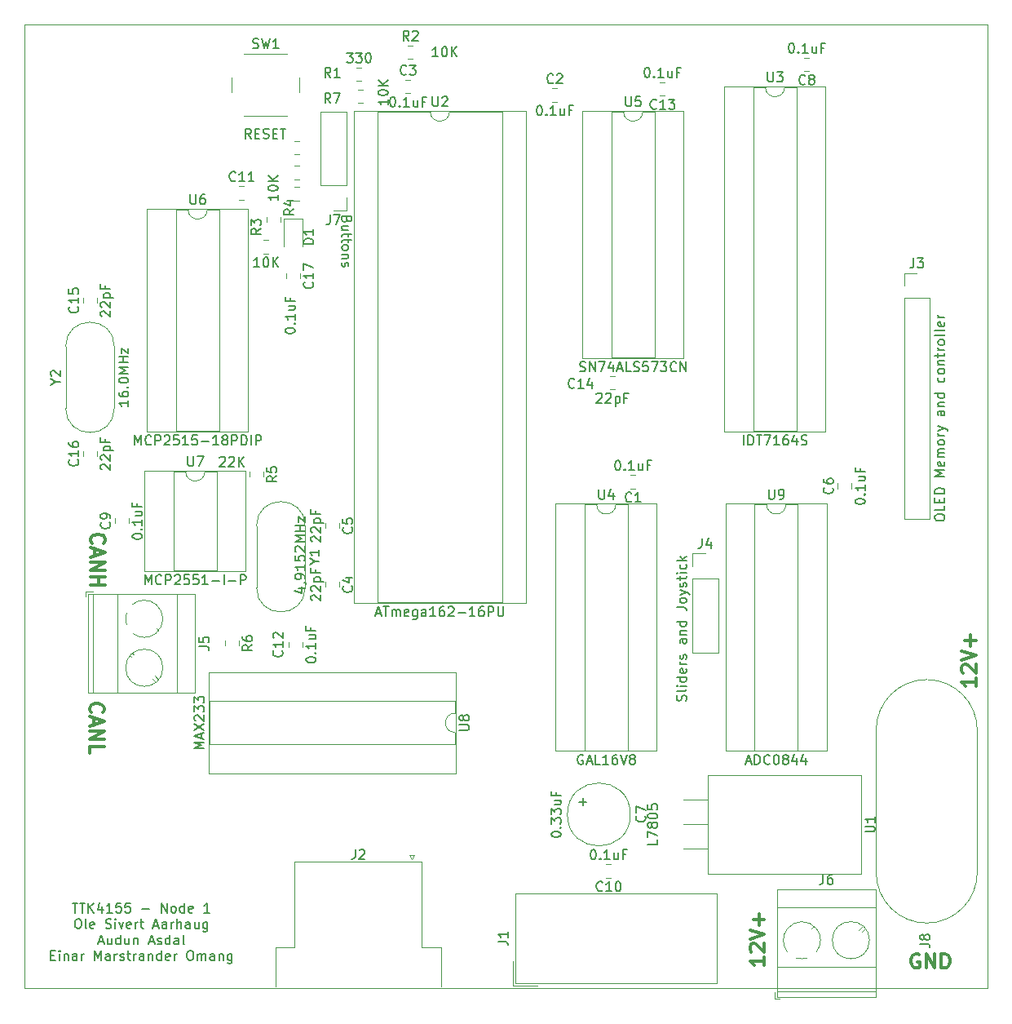
<source format=gbr>
G04 #@! TF.GenerationSoftware,KiCad,Pcbnew,(5.1.2)-1*
G04 #@! TF.CreationDate,2019-10-25T14:55:43+02:00*
G04 #@! TF.ProjectId,TTK4155-Embedded-PCB,54544b34-3135-4352-9d45-6d6265646465,rev?*
G04 #@! TF.SameCoordinates,Original*
G04 #@! TF.FileFunction,Legend,Top*
G04 #@! TF.FilePolarity,Positive*
%FSLAX46Y46*%
G04 Gerber Fmt 4.6, Leading zero omitted, Abs format (unit mm)*
G04 Created by KiCad (PCBNEW (5.1.2)-1) date 2019-10-25 14:55:43*
%MOMM*%
%LPD*%
G04 APERTURE LIST*
%ADD10C,0.150000*%
%ADD11C,0.300000*%
%ADD12C,0.120000*%
G04 APERTURE END LIST*
D10*
X99822047Y-112466428D02*
X100583952Y-112466428D01*
X100203000Y-112847380D02*
X100203000Y-112085476D01*
D11*
X135128142Y-128282000D02*
X134985285Y-128210571D01*
X134771000Y-128210571D01*
X134556714Y-128282000D01*
X134413857Y-128424857D01*
X134342428Y-128567714D01*
X134271000Y-128853428D01*
X134271000Y-129067714D01*
X134342428Y-129353428D01*
X134413857Y-129496285D01*
X134556714Y-129639142D01*
X134771000Y-129710571D01*
X134913857Y-129710571D01*
X135128142Y-129639142D01*
X135199571Y-129567714D01*
X135199571Y-129067714D01*
X134913857Y-129067714D01*
X135842428Y-129710571D02*
X135842428Y-128210571D01*
X136699571Y-129710571D01*
X136699571Y-128210571D01*
X137413857Y-129710571D02*
X137413857Y-128210571D01*
X137771000Y-128210571D01*
X137985285Y-128282000D01*
X138128142Y-128424857D01*
X138199571Y-128567714D01*
X138271000Y-128853428D01*
X138271000Y-129067714D01*
X138199571Y-129353428D01*
X138128142Y-129496285D01*
X137985285Y-129639142D01*
X137771000Y-129710571D01*
X137413857Y-129710571D01*
X141013571Y-99647142D02*
X141013571Y-100504285D01*
X141013571Y-100075714D02*
X139513571Y-100075714D01*
X139727857Y-100218571D01*
X139870714Y-100361428D01*
X139942142Y-100504285D01*
X139656428Y-99075714D02*
X139585000Y-99004285D01*
X139513571Y-98861428D01*
X139513571Y-98504285D01*
X139585000Y-98361428D01*
X139656428Y-98290000D01*
X139799285Y-98218571D01*
X139942142Y-98218571D01*
X140156428Y-98290000D01*
X141013571Y-99147142D01*
X141013571Y-98218571D01*
X139513571Y-97790000D02*
X141013571Y-97290000D01*
X139513571Y-96790000D01*
X140442142Y-96290000D02*
X140442142Y-95147142D01*
X141013571Y-95718571D02*
X139870714Y-95718571D01*
D10*
X136739380Y-83048761D02*
X136739380Y-82858285D01*
X136787000Y-82763047D01*
X136882238Y-82667809D01*
X137072714Y-82620190D01*
X137406047Y-82620190D01*
X137596523Y-82667809D01*
X137691761Y-82763047D01*
X137739380Y-82858285D01*
X137739380Y-83048761D01*
X137691761Y-83144000D01*
X137596523Y-83239238D01*
X137406047Y-83286857D01*
X137072714Y-83286857D01*
X136882238Y-83239238D01*
X136787000Y-83144000D01*
X136739380Y-83048761D01*
X137739380Y-81715428D02*
X137739380Y-82191619D01*
X136739380Y-82191619D01*
X137215571Y-81382095D02*
X137215571Y-81048761D01*
X137739380Y-80905904D02*
X137739380Y-81382095D01*
X136739380Y-81382095D01*
X136739380Y-80905904D01*
X137739380Y-80477333D02*
X136739380Y-80477333D01*
X136739380Y-80239238D01*
X136787000Y-80096380D01*
X136882238Y-80001142D01*
X136977476Y-79953523D01*
X137167952Y-79905904D01*
X137310809Y-79905904D01*
X137501285Y-79953523D01*
X137596523Y-80001142D01*
X137691761Y-80096380D01*
X137739380Y-80239238D01*
X137739380Y-80477333D01*
X137739380Y-78715428D02*
X136739380Y-78715428D01*
X137453666Y-78382095D01*
X136739380Y-78048761D01*
X137739380Y-78048761D01*
X137691761Y-77191619D02*
X137739380Y-77286857D01*
X137739380Y-77477333D01*
X137691761Y-77572571D01*
X137596523Y-77620190D01*
X137215571Y-77620190D01*
X137120333Y-77572571D01*
X137072714Y-77477333D01*
X137072714Y-77286857D01*
X137120333Y-77191619D01*
X137215571Y-77144000D01*
X137310809Y-77144000D01*
X137406047Y-77620190D01*
X137739380Y-76715428D02*
X137072714Y-76715428D01*
X137167952Y-76715428D02*
X137120333Y-76667809D01*
X137072714Y-76572571D01*
X137072714Y-76429714D01*
X137120333Y-76334476D01*
X137215571Y-76286857D01*
X137739380Y-76286857D01*
X137215571Y-76286857D02*
X137120333Y-76239238D01*
X137072714Y-76144000D01*
X137072714Y-76001142D01*
X137120333Y-75905904D01*
X137215571Y-75858285D01*
X137739380Y-75858285D01*
X137739380Y-75239238D02*
X137691761Y-75334476D01*
X137644142Y-75382095D01*
X137548904Y-75429714D01*
X137263190Y-75429714D01*
X137167952Y-75382095D01*
X137120333Y-75334476D01*
X137072714Y-75239238D01*
X137072714Y-75096380D01*
X137120333Y-75001142D01*
X137167952Y-74953523D01*
X137263190Y-74905904D01*
X137548904Y-74905904D01*
X137644142Y-74953523D01*
X137691761Y-75001142D01*
X137739380Y-75096380D01*
X137739380Y-75239238D01*
X137739380Y-74477333D02*
X137072714Y-74477333D01*
X137263190Y-74477333D02*
X137167952Y-74429714D01*
X137120333Y-74382095D01*
X137072714Y-74286857D01*
X137072714Y-74191619D01*
X137072714Y-73953523D02*
X137739380Y-73715428D01*
X137072714Y-73477333D02*
X137739380Y-73715428D01*
X137977476Y-73810666D01*
X138025095Y-73858285D01*
X138072714Y-73953523D01*
X137739380Y-71905904D02*
X137215571Y-71905904D01*
X137120333Y-71953523D01*
X137072714Y-72048761D01*
X137072714Y-72239238D01*
X137120333Y-72334476D01*
X137691761Y-71905904D02*
X137739380Y-72001142D01*
X137739380Y-72239238D01*
X137691761Y-72334476D01*
X137596523Y-72382095D01*
X137501285Y-72382095D01*
X137406047Y-72334476D01*
X137358428Y-72239238D01*
X137358428Y-72001142D01*
X137310809Y-71905904D01*
X137072714Y-71429714D02*
X137739380Y-71429714D01*
X137167952Y-71429714D02*
X137120333Y-71382095D01*
X137072714Y-71286857D01*
X137072714Y-71144000D01*
X137120333Y-71048761D01*
X137215571Y-71001142D01*
X137739380Y-71001142D01*
X137739380Y-70096380D02*
X136739380Y-70096380D01*
X137691761Y-70096380D02*
X137739380Y-70191619D01*
X137739380Y-70382095D01*
X137691761Y-70477333D01*
X137644142Y-70524952D01*
X137548904Y-70572571D01*
X137263190Y-70572571D01*
X137167952Y-70524952D01*
X137120333Y-70477333D01*
X137072714Y-70382095D01*
X137072714Y-70191619D01*
X137120333Y-70096380D01*
X137691761Y-68429714D02*
X137739380Y-68524952D01*
X137739380Y-68715428D01*
X137691761Y-68810666D01*
X137644142Y-68858285D01*
X137548904Y-68905904D01*
X137263190Y-68905904D01*
X137167952Y-68858285D01*
X137120333Y-68810666D01*
X137072714Y-68715428D01*
X137072714Y-68524952D01*
X137120333Y-68429714D01*
X137739380Y-67858285D02*
X137691761Y-67953523D01*
X137644142Y-68001142D01*
X137548904Y-68048761D01*
X137263190Y-68048761D01*
X137167952Y-68001142D01*
X137120333Y-67953523D01*
X137072714Y-67858285D01*
X137072714Y-67715428D01*
X137120333Y-67620190D01*
X137167952Y-67572571D01*
X137263190Y-67524952D01*
X137548904Y-67524952D01*
X137644142Y-67572571D01*
X137691761Y-67620190D01*
X137739380Y-67715428D01*
X137739380Y-67858285D01*
X137072714Y-67096380D02*
X137739380Y-67096380D01*
X137167952Y-67096380D02*
X137120333Y-67048761D01*
X137072714Y-66953523D01*
X137072714Y-66810666D01*
X137120333Y-66715428D01*
X137215571Y-66667809D01*
X137739380Y-66667809D01*
X137072714Y-66334476D02*
X137072714Y-65953523D01*
X136739380Y-66191619D02*
X137596523Y-66191619D01*
X137691761Y-66144000D01*
X137739380Y-66048761D01*
X137739380Y-65953523D01*
X137739380Y-65620190D02*
X137072714Y-65620190D01*
X137263190Y-65620190D02*
X137167952Y-65572571D01*
X137120333Y-65524952D01*
X137072714Y-65429714D01*
X137072714Y-65334476D01*
X137739380Y-64858285D02*
X137691761Y-64953523D01*
X137644142Y-65001142D01*
X137548904Y-65048761D01*
X137263190Y-65048761D01*
X137167952Y-65001142D01*
X137120333Y-64953523D01*
X137072714Y-64858285D01*
X137072714Y-64715428D01*
X137120333Y-64620190D01*
X137167952Y-64572571D01*
X137263190Y-64524952D01*
X137548904Y-64524952D01*
X137644142Y-64572571D01*
X137691761Y-64620190D01*
X137739380Y-64715428D01*
X137739380Y-64858285D01*
X137739380Y-63953523D02*
X137691761Y-64048761D01*
X137596523Y-64096380D01*
X136739380Y-64096380D01*
X137739380Y-63429714D02*
X137691761Y-63524952D01*
X137596523Y-63572571D01*
X136739380Y-63572571D01*
X137691761Y-62667809D02*
X137739380Y-62763047D01*
X137739380Y-62953523D01*
X137691761Y-63048761D01*
X137596523Y-63096380D01*
X137215571Y-63096380D01*
X137120333Y-63048761D01*
X137072714Y-62953523D01*
X137072714Y-62763047D01*
X137120333Y-62667809D01*
X137215571Y-62620190D01*
X137310809Y-62620190D01*
X137406047Y-63096380D01*
X137739380Y-62191619D02*
X137072714Y-62191619D01*
X137263190Y-62191619D02*
X137167952Y-62144000D01*
X137120333Y-62096380D01*
X137072714Y-62001142D01*
X137072714Y-61905904D01*
X110894761Y-101964190D02*
X110942380Y-101821333D01*
X110942380Y-101583238D01*
X110894761Y-101488000D01*
X110847142Y-101440380D01*
X110751904Y-101392761D01*
X110656666Y-101392761D01*
X110561428Y-101440380D01*
X110513809Y-101488000D01*
X110466190Y-101583238D01*
X110418571Y-101773714D01*
X110370952Y-101868952D01*
X110323333Y-101916571D01*
X110228095Y-101964190D01*
X110132857Y-101964190D01*
X110037619Y-101916571D01*
X109990000Y-101868952D01*
X109942380Y-101773714D01*
X109942380Y-101535619D01*
X109990000Y-101392761D01*
X110942380Y-100821333D02*
X110894761Y-100916571D01*
X110799523Y-100964190D01*
X109942380Y-100964190D01*
X110942380Y-100440380D02*
X110275714Y-100440380D01*
X109942380Y-100440380D02*
X109990000Y-100488000D01*
X110037619Y-100440380D01*
X109990000Y-100392761D01*
X109942380Y-100440380D01*
X110037619Y-100440380D01*
X110942380Y-99535619D02*
X109942380Y-99535619D01*
X110894761Y-99535619D02*
X110942380Y-99630857D01*
X110942380Y-99821333D01*
X110894761Y-99916571D01*
X110847142Y-99964190D01*
X110751904Y-100011809D01*
X110466190Y-100011809D01*
X110370952Y-99964190D01*
X110323333Y-99916571D01*
X110275714Y-99821333D01*
X110275714Y-99630857D01*
X110323333Y-99535619D01*
X110894761Y-98678476D02*
X110942380Y-98773714D01*
X110942380Y-98964190D01*
X110894761Y-99059428D01*
X110799523Y-99107047D01*
X110418571Y-99107047D01*
X110323333Y-99059428D01*
X110275714Y-98964190D01*
X110275714Y-98773714D01*
X110323333Y-98678476D01*
X110418571Y-98630857D01*
X110513809Y-98630857D01*
X110609047Y-99107047D01*
X110942380Y-98202285D02*
X110275714Y-98202285D01*
X110466190Y-98202285D02*
X110370952Y-98154666D01*
X110323333Y-98107047D01*
X110275714Y-98011809D01*
X110275714Y-97916571D01*
X110894761Y-97630857D02*
X110942380Y-97535619D01*
X110942380Y-97345142D01*
X110894761Y-97249904D01*
X110799523Y-97202285D01*
X110751904Y-97202285D01*
X110656666Y-97249904D01*
X110609047Y-97345142D01*
X110609047Y-97488000D01*
X110561428Y-97583238D01*
X110466190Y-97630857D01*
X110418571Y-97630857D01*
X110323333Y-97583238D01*
X110275714Y-97488000D01*
X110275714Y-97345142D01*
X110323333Y-97249904D01*
X110942380Y-95583238D02*
X110418571Y-95583238D01*
X110323333Y-95630857D01*
X110275714Y-95726095D01*
X110275714Y-95916571D01*
X110323333Y-96011809D01*
X110894761Y-95583238D02*
X110942380Y-95678476D01*
X110942380Y-95916571D01*
X110894761Y-96011809D01*
X110799523Y-96059428D01*
X110704285Y-96059428D01*
X110609047Y-96011809D01*
X110561428Y-95916571D01*
X110561428Y-95678476D01*
X110513809Y-95583238D01*
X110275714Y-95107047D02*
X110942380Y-95107047D01*
X110370952Y-95107047D02*
X110323333Y-95059428D01*
X110275714Y-94964190D01*
X110275714Y-94821333D01*
X110323333Y-94726095D01*
X110418571Y-94678476D01*
X110942380Y-94678476D01*
X110942380Y-93773714D02*
X109942380Y-93773714D01*
X110894761Y-93773714D02*
X110942380Y-93868952D01*
X110942380Y-94059428D01*
X110894761Y-94154666D01*
X110847142Y-94202285D01*
X110751904Y-94249904D01*
X110466190Y-94249904D01*
X110370952Y-94202285D01*
X110323333Y-94154666D01*
X110275714Y-94059428D01*
X110275714Y-93868952D01*
X110323333Y-93773714D01*
X109942380Y-92249904D02*
X110656666Y-92249904D01*
X110799523Y-92297523D01*
X110894761Y-92392761D01*
X110942380Y-92535619D01*
X110942380Y-92630857D01*
X110942380Y-91630857D02*
X110894761Y-91726095D01*
X110847142Y-91773714D01*
X110751904Y-91821333D01*
X110466190Y-91821333D01*
X110370952Y-91773714D01*
X110323333Y-91726095D01*
X110275714Y-91630857D01*
X110275714Y-91488000D01*
X110323333Y-91392761D01*
X110370952Y-91345142D01*
X110466190Y-91297523D01*
X110751904Y-91297523D01*
X110847142Y-91345142D01*
X110894761Y-91392761D01*
X110942380Y-91488000D01*
X110942380Y-91630857D01*
X110275714Y-90964190D02*
X110942380Y-90726095D01*
X110275714Y-90488000D02*
X110942380Y-90726095D01*
X111180476Y-90821333D01*
X111228095Y-90868952D01*
X111275714Y-90964190D01*
X110894761Y-90154666D02*
X110942380Y-90059428D01*
X110942380Y-89868952D01*
X110894761Y-89773714D01*
X110799523Y-89726095D01*
X110751904Y-89726095D01*
X110656666Y-89773714D01*
X110609047Y-89868952D01*
X110609047Y-90011809D01*
X110561428Y-90107047D01*
X110466190Y-90154666D01*
X110418571Y-90154666D01*
X110323333Y-90107047D01*
X110275714Y-90011809D01*
X110275714Y-89868952D01*
X110323333Y-89773714D01*
X110275714Y-89440380D02*
X110275714Y-89059428D01*
X109942380Y-89297523D02*
X110799523Y-89297523D01*
X110894761Y-89249904D01*
X110942380Y-89154666D01*
X110942380Y-89059428D01*
X110942380Y-88726095D02*
X110275714Y-88726095D01*
X109942380Y-88726095D02*
X109990000Y-88773714D01*
X110037619Y-88726095D01*
X109990000Y-88678476D01*
X109942380Y-88726095D01*
X110037619Y-88726095D01*
X110894761Y-87821333D02*
X110942380Y-87916571D01*
X110942380Y-88107047D01*
X110894761Y-88202285D01*
X110847142Y-88249904D01*
X110751904Y-88297523D01*
X110466190Y-88297523D01*
X110370952Y-88249904D01*
X110323333Y-88202285D01*
X110275714Y-88107047D01*
X110275714Y-87916571D01*
X110323333Y-87821333D01*
X110942380Y-87392761D02*
X109942380Y-87392761D01*
X110561428Y-87297523D02*
X110942380Y-87011809D01*
X110275714Y-87011809D02*
X110656666Y-87392761D01*
X75699928Y-52030595D02*
X75652309Y-52173452D01*
X75604690Y-52221071D01*
X75509452Y-52268690D01*
X75366595Y-52268690D01*
X75271357Y-52221071D01*
X75223738Y-52173452D01*
X75176119Y-52078214D01*
X75176119Y-51697261D01*
X76176119Y-51697261D01*
X76176119Y-52030595D01*
X76128500Y-52125833D01*
X76080880Y-52173452D01*
X75985642Y-52221071D01*
X75890404Y-52221071D01*
X75795166Y-52173452D01*
X75747547Y-52125833D01*
X75699928Y-52030595D01*
X75699928Y-51697261D01*
X75842785Y-53125833D02*
X75176119Y-53125833D01*
X75842785Y-52697261D02*
X75318976Y-52697261D01*
X75223738Y-52744880D01*
X75176119Y-52840119D01*
X75176119Y-52982976D01*
X75223738Y-53078214D01*
X75271357Y-53125833D01*
X75842785Y-53459166D02*
X75842785Y-53840119D01*
X76176119Y-53602023D02*
X75318976Y-53602023D01*
X75223738Y-53649642D01*
X75176119Y-53744880D01*
X75176119Y-53840119D01*
X75842785Y-54030595D02*
X75842785Y-54411547D01*
X76176119Y-54173452D02*
X75318976Y-54173452D01*
X75223738Y-54221071D01*
X75176119Y-54316309D01*
X75176119Y-54411547D01*
X75176119Y-54887738D02*
X75223738Y-54792500D01*
X75271357Y-54744880D01*
X75366595Y-54697261D01*
X75652309Y-54697261D01*
X75747547Y-54744880D01*
X75795166Y-54792500D01*
X75842785Y-54887738D01*
X75842785Y-55030595D01*
X75795166Y-55125833D01*
X75747547Y-55173452D01*
X75652309Y-55221071D01*
X75366595Y-55221071D01*
X75271357Y-55173452D01*
X75223738Y-55125833D01*
X75176119Y-55030595D01*
X75176119Y-54887738D01*
X75842785Y-55649642D02*
X75176119Y-55649642D01*
X75747547Y-55649642D02*
X75795166Y-55697261D01*
X75842785Y-55792500D01*
X75842785Y-55935357D01*
X75795166Y-56030595D01*
X75699928Y-56078214D01*
X75176119Y-56078214D01*
X75223738Y-56506785D02*
X75176119Y-56602023D01*
X75176119Y-56792500D01*
X75223738Y-56887738D01*
X75318976Y-56935357D01*
X75366595Y-56935357D01*
X75461833Y-56887738D01*
X75509452Y-56792500D01*
X75509452Y-56649642D01*
X75557071Y-56554404D01*
X75652309Y-56506785D01*
X75699928Y-56506785D01*
X75795166Y-56554404D01*
X75842785Y-56649642D01*
X75842785Y-56792500D01*
X75795166Y-56887738D01*
X47189333Y-122961380D02*
X47760761Y-122961380D01*
X47475047Y-123961380D02*
X47475047Y-122961380D01*
X47951238Y-122961380D02*
X48522666Y-122961380D01*
X48236952Y-123961380D02*
X48236952Y-122961380D01*
X48856000Y-123961380D02*
X48856000Y-122961380D01*
X49427428Y-123961380D02*
X48998857Y-123389952D01*
X49427428Y-122961380D02*
X48856000Y-123532809D01*
X50284571Y-123294714D02*
X50284571Y-123961380D01*
X50046476Y-122913761D02*
X49808380Y-123628047D01*
X50427428Y-123628047D01*
X51332190Y-123961380D02*
X50760761Y-123961380D01*
X51046476Y-123961380D02*
X51046476Y-122961380D01*
X50951238Y-123104238D01*
X50856000Y-123199476D01*
X50760761Y-123247095D01*
X52236952Y-122961380D02*
X51760761Y-122961380D01*
X51713142Y-123437571D01*
X51760761Y-123389952D01*
X51856000Y-123342333D01*
X52094095Y-123342333D01*
X52189333Y-123389952D01*
X52236952Y-123437571D01*
X52284571Y-123532809D01*
X52284571Y-123770904D01*
X52236952Y-123866142D01*
X52189333Y-123913761D01*
X52094095Y-123961380D01*
X51856000Y-123961380D01*
X51760761Y-123913761D01*
X51713142Y-123866142D01*
X53189333Y-122961380D02*
X52713142Y-122961380D01*
X52665523Y-123437571D01*
X52713142Y-123389952D01*
X52808380Y-123342333D01*
X53046476Y-123342333D01*
X53141714Y-123389952D01*
X53189333Y-123437571D01*
X53236952Y-123532809D01*
X53236952Y-123770904D01*
X53189333Y-123866142D01*
X53141714Y-123913761D01*
X53046476Y-123961380D01*
X52808380Y-123961380D01*
X52713142Y-123913761D01*
X52665523Y-123866142D01*
X54427428Y-123580428D02*
X55189333Y-123580428D01*
X56427428Y-123961380D02*
X56427428Y-122961380D01*
X56998857Y-123961380D01*
X56998857Y-122961380D01*
X57617904Y-123961380D02*
X57522666Y-123913761D01*
X57475047Y-123866142D01*
X57427428Y-123770904D01*
X57427428Y-123485190D01*
X57475047Y-123389952D01*
X57522666Y-123342333D01*
X57617904Y-123294714D01*
X57760761Y-123294714D01*
X57856000Y-123342333D01*
X57903619Y-123389952D01*
X57951238Y-123485190D01*
X57951238Y-123770904D01*
X57903619Y-123866142D01*
X57856000Y-123913761D01*
X57760761Y-123961380D01*
X57617904Y-123961380D01*
X58808380Y-123961380D02*
X58808380Y-122961380D01*
X58808380Y-123913761D02*
X58713142Y-123961380D01*
X58522666Y-123961380D01*
X58427428Y-123913761D01*
X58379809Y-123866142D01*
X58332190Y-123770904D01*
X58332190Y-123485190D01*
X58379809Y-123389952D01*
X58427428Y-123342333D01*
X58522666Y-123294714D01*
X58713142Y-123294714D01*
X58808380Y-123342333D01*
X59665523Y-123913761D02*
X59570285Y-123961380D01*
X59379809Y-123961380D01*
X59284571Y-123913761D01*
X59236952Y-123818523D01*
X59236952Y-123437571D01*
X59284571Y-123342333D01*
X59379809Y-123294714D01*
X59570285Y-123294714D01*
X59665523Y-123342333D01*
X59713142Y-123437571D01*
X59713142Y-123532809D01*
X59236952Y-123628047D01*
X61427428Y-123961380D02*
X60856000Y-123961380D01*
X61141714Y-123961380D02*
X61141714Y-122961380D01*
X61046476Y-123104238D01*
X60951238Y-123199476D01*
X60856000Y-123247095D01*
X47689333Y-124611380D02*
X47879809Y-124611380D01*
X47975047Y-124659000D01*
X48070285Y-124754238D01*
X48117904Y-124944714D01*
X48117904Y-125278047D01*
X48070285Y-125468523D01*
X47975047Y-125563761D01*
X47879809Y-125611380D01*
X47689333Y-125611380D01*
X47594095Y-125563761D01*
X47498857Y-125468523D01*
X47451238Y-125278047D01*
X47451238Y-124944714D01*
X47498857Y-124754238D01*
X47594095Y-124659000D01*
X47689333Y-124611380D01*
X48689333Y-125611380D02*
X48594095Y-125563761D01*
X48546476Y-125468523D01*
X48546476Y-124611380D01*
X49451238Y-125563761D02*
X49356000Y-125611380D01*
X49165523Y-125611380D01*
X49070285Y-125563761D01*
X49022666Y-125468523D01*
X49022666Y-125087571D01*
X49070285Y-124992333D01*
X49165523Y-124944714D01*
X49356000Y-124944714D01*
X49451238Y-124992333D01*
X49498857Y-125087571D01*
X49498857Y-125182809D01*
X49022666Y-125278047D01*
X50641714Y-125563761D02*
X50784571Y-125611380D01*
X51022666Y-125611380D01*
X51117904Y-125563761D01*
X51165523Y-125516142D01*
X51213142Y-125420904D01*
X51213142Y-125325666D01*
X51165523Y-125230428D01*
X51117904Y-125182809D01*
X51022666Y-125135190D01*
X50832190Y-125087571D01*
X50736952Y-125039952D01*
X50689333Y-124992333D01*
X50641714Y-124897095D01*
X50641714Y-124801857D01*
X50689333Y-124706619D01*
X50736952Y-124659000D01*
X50832190Y-124611380D01*
X51070285Y-124611380D01*
X51213142Y-124659000D01*
X51641714Y-125611380D02*
X51641714Y-124944714D01*
X51641714Y-124611380D02*
X51594095Y-124659000D01*
X51641714Y-124706619D01*
X51689333Y-124659000D01*
X51641714Y-124611380D01*
X51641714Y-124706619D01*
X52022666Y-124944714D02*
X52260761Y-125611380D01*
X52498857Y-124944714D01*
X53260761Y-125563761D02*
X53165523Y-125611380D01*
X52975047Y-125611380D01*
X52879809Y-125563761D01*
X52832190Y-125468523D01*
X52832190Y-125087571D01*
X52879809Y-124992333D01*
X52975047Y-124944714D01*
X53165523Y-124944714D01*
X53260761Y-124992333D01*
X53308380Y-125087571D01*
X53308380Y-125182809D01*
X52832190Y-125278047D01*
X53736952Y-125611380D02*
X53736952Y-124944714D01*
X53736952Y-125135190D02*
X53784571Y-125039952D01*
X53832190Y-124992333D01*
X53927428Y-124944714D01*
X54022666Y-124944714D01*
X54213142Y-124944714D02*
X54594095Y-124944714D01*
X54356000Y-124611380D02*
X54356000Y-125468523D01*
X54403619Y-125563761D01*
X54498857Y-125611380D01*
X54594095Y-125611380D01*
X55641714Y-125325666D02*
X56117904Y-125325666D01*
X55546476Y-125611380D02*
X55879809Y-124611380D01*
X56213142Y-125611380D01*
X56975047Y-125611380D02*
X56975047Y-125087571D01*
X56927428Y-124992333D01*
X56832190Y-124944714D01*
X56641714Y-124944714D01*
X56546476Y-124992333D01*
X56975047Y-125563761D02*
X56879809Y-125611380D01*
X56641714Y-125611380D01*
X56546476Y-125563761D01*
X56498857Y-125468523D01*
X56498857Y-125373285D01*
X56546476Y-125278047D01*
X56641714Y-125230428D01*
X56879809Y-125230428D01*
X56975047Y-125182809D01*
X57451238Y-125611380D02*
X57451238Y-124944714D01*
X57451238Y-125135190D02*
X57498857Y-125039952D01*
X57546476Y-124992333D01*
X57641714Y-124944714D01*
X57736952Y-124944714D01*
X58070285Y-125611380D02*
X58070285Y-124611380D01*
X58498857Y-125611380D02*
X58498857Y-125087571D01*
X58451238Y-124992333D01*
X58356000Y-124944714D01*
X58213142Y-124944714D01*
X58117904Y-124992333D01*
X58070285Y-125039952D01*
X59403619Y-125611380D02*
X59403619Y-125087571D01*
X59356000Y-124992333D01*
X59260761Y-124944714D01*
X59070285Y-124944714D01*
X58975047Y-124992333D01*
X59403619Y-125563761D02*
X59308380Y-125611380D01*
X59070285Y-125611380D01*
X58975047Y-125563761D01*
X58927428Y-125468523D01*
X58927428Y-125373285D01*
X58975047Y-125278047D01*
X59070285Y-125230428D01*
X59308380Y-125230428D01*
X59403619Y-125182809D01*
X60308380Y-124944714D02*
X60308380Y-125611380D01*
X59879809Y-124944714D02*
X59879809Y-125468523D01*
X59927428Y-125563761D01*
X60022666Y-125611380D01*
X60165523Y-125611380D01*
X60260761Y-125563761D01*
X60308380Y-125516142D01*
X61213142Y-124944714D02*
X61213142Y-125754238D01*
X61165523Y-125849476D01*
X61117904Y-125897095D01*
X61022666Y-125944714D01*
X60879809Y-125944714D01*
X60784571Y-125897095D01*
X61213142Y-125563761D02*
X61117904Y-125611380D01*
X60927428Y-125611380D01*
X60832190Y-125563761D01*
X60784571Y-125516142D01*
X60736952Y-125420904D01*
X60736952Y-125135190D01*
X60784571Y-125039952D01*
X60832190Y-124992333D01*
X60927428Y-124944714D01*
X61117904Y-124944714D01*
X61213142Y-124992333D01*
X49927428Y-126975666D02*
X50403619Y-126975666D01*
X49832190Y-127261380D02*
X50165523Y-126261380D01*
X50498857Y-127261380D01*
X51260761Y-126594714D02*
X51260761Y-127261380D01*
X50832190Y-126594714D02*
X50832190Y-127118523D01*
X50879809Y-127213761D01*
X50975047Y-127261380D01*
X51117904Y-127261380D01*
X51213142Y-127213761D01*
X51260761Y-127166142D01*
X52165523Y-127261380D02*
X52165523Y-126261380D01*
X52165523Y-127213761D02*
X52070285Y-127261380D01*
X51879809Y-127261380D01*
X51784571Y-127213761D01*
X51736952Y-127166142D01*
X51689333Y-127070904D01*
X51689333Y-126785190D01*
X51736952Y-126689952D01*
X51784571Y-126642333D01*
X51879809Y-126594714D01*
X52070285Y-126594714D01*
X52165523Y-126642333D01*
X53070285Y-126594714D02*
X53070285Y-127261380D01*
X52641714Y-126594714D02*
X52641714Y-127118523D01*
X52689333Y-127213761D01*
X52784571Y-127261380D01*
X52927428Y-127261380D01*
X53022666Y-127213761D01*
X53070285Y-127166142D01*
X53546476Y-126594714D02*
X53546476Y-127261380D01*
X53546476Y-126689952D02*
X53594095Y-126642333D01*
X53689333Y-126594714D01*
X53832190Y-126594714D01*
X53927428Y-126642333D01*
X53975047Y-126737571D01*
X53975047Y-127261380D01*
X55165523Y-126975666D02*
X55641714Y-126975666D01*
X55070285Y-127261380D02*
X55403619Y-126261380D01*
X55736952Y-127261380D01*
X56022666Y-127213761D02*
X56117904Y-127261380D01*
X56308380Y-127261380D01*
X56403619Y-127213761D01*
X56451238Y-127118523D01*
X56451238Y-127070904D01*
X56403619Y-126975666D01*
X56308380Y-126928047D01*
X56165523Y-126928047D01*
X56070285Y-126880428D01*
X56022666Y-126785190D01*
X56022666Y-126737571D01*
X56070285Y-126642333D01*
X56165523Y-126594714D01*
X56308380Y-126594714D01*
X56403619Y-126642333D01*
X57308380Y-127261380D02*
X57308380Y-126261380D01*
X57308380Y-127213761D02*
X57213142Y-127261380D01*
X57022666Y-127261380D01*
X56927428Y-127213761D01*
X56879809Y-127166142D01*
X56832190Y-127070904D01*
X56832190Y-126785190D01*
X56879809Y-126689952D01*
X56927428Y-126642333D01*
X57022666Y-126594714D01*
X57213142Y-126594714D01*
X57308380Y-126642333D01*
X58213142Y-127261380D02*
X58213142Y-126737571D01*
X58165523Y-126642333D01*
X58070285Y-126594714D01*
X57879809Y-126594714D01*
X57784571Y-126642333D01*
X58213142Y-127213761D02*
X58117904Y-127261380D01*
X57879809Y-127261380D01*
X57784571Y-127213761D01*
X57736952Y-127118523D01*
X57736952Y-127023285D01*
X57784571Y-126928047D01*
X57879809Y-126880428D01*
X58117904Y-126880428D01*
X58213142Y-126832809D01*
X58832190Y-127261380D02*
X58736952Y-127213761D01*
X58689333Y-127118523D01*
X58689333Y-126261380D01*
X44951238Y-128387571D02*
X45284571Y-128387571D01*
X45427428Y-128911380D02*
X44951238Y-128911380D01*
X44951238Y-127911380D01*
X45427428Y-127911380D01*
X45856000Y-128911380D02*
X45856000Y-128244714D01*
X45856000Y-127911380D02*
X45808380Y-127959000D01*
X45856000Y-128006619D01*
X45903619Y-127959000D01*
X45856000Y-127911380D01*
X45856000Y-128006619D01*
X46332190Y-128244714D02*
X46332190Y-128911380D01*
X46332190Y-128339952D02*
X46379809Y-128292333D01*
X46475047Y-128244714D01*
X46617904Y-128244714D01*
X46713142Y-128292333D01*
X46760761Y-128387571D01*
X46760761Y-128911380D01*
X47665523Y-128911380D02*
X47665523Y-128387571D01*
X47617904Y-128292333D01*
X47522666Y-128244714D01*
X47332190Y-128244714D01*
X47236952Y-128292333D01*
X47665523Y-128863761D02*
X47570285Y-128911380D01*
X47332190Y-128911380D01*
X47236952Y-128863761D01*
X47189333Y-128768523D01*
X47189333Y-128673285D01*
X47236952Y-128578047D01*
X47332190Y-128530428D01*
X47570285Y-128530428D01*
X47665523Y-128482809D01*
X48141714Y-128911380D02*
X48141714Y-128244714D01*
X48141714Y-128435190D02*
X48189333Y-128339952D01*
X48236952Y-128292333D01*
X48332190Y-128244714D01*
X48427428Y-128244714D01*
X49522666Y-128911380D02*
X49522666Y-127911380D01*
X49856000Y-128625666D01*
X50189333Y-127911380D01*
X50189333Y-128911380D01*
X51094095Y-128911380D02*
X51094095Y-128387571D01*
X51046476Y-128292333D01*
X50951238Y-128244714D01*
X50760761Y-128244714D01*
X50665523Y-128292333D01*
X51094095Y-128863761D02*
X50998857Y-128911380D01*
X50760761Y-128911380D01*
X50665523Y-128863761D01*
X50617904Y-128768523D01*
X50617904Y-128673285D01*
X50665523Y-128578047D01*
X50760761Y-128530428D01*
X50998857Y-128530428D01*
X51094095Y-128482809D01*
X51570285Y-128911380D02*
X51570285Y-128244714D01*
X51570285Y-128435190D02*
X51617904Y-128339952D01*
X51665523Y-128292333D01*
X51760761Y-128244714D01*
X51856000Y-128244714D01*
X52141714Y-128863761D02*
X52236952Y-128911380D01*
X52427428Y-128911380D01*
X52522666Y-128863761D01*
X52570285Y-128768523D01*
X52570285Y-128720904D01*
X52522666Y-128625666D01*
X52427428Y-128578047D01*
X52284571Y-128578047D01*
X52189333Y-128530428D01*
X52141714Y-128435190D01*
X52141714Y-128387571D01*
X52189333Y-128292333D01*
X52284571Y-128244714D01*
X52427428Y-128244714D01*
X52522666Y-128292333D01*
X52856000Y-128244714D02*
X53236952Y-128244714D01*
X52998857Y-127911380D02*
X52998857Y-128768523D01*
X53046476Y-128863761D01*
X53141714Y-128911380D01*
X53236952Y-128911380D01*
X53570285Y-128911380D02*
X53570285Y-128244714D01*
X53570285Y-128435190D02*
X53617904Y-128339952D01*
X53665523Y-128292333D01*
X53760761Y-128244714D01*
X53856000Y-128244714D01*
X54617904Y-128911380D02*
X54617904Y-128387571D01*
X54570285Y-128292333D01*
X54475047Y-128244714D01*
X54284571Y-128244714D01*
X54189333Y-128292333D01*
X54617904Y-128863761D02*
X54522666Y-128911380D01*
X54284571Y-128911380D01*
X54189333Y-128863761D01*
X54141714Y-128768523D01*
X54141714Y-128673285D01*
X54189333Y-128578047D01*
X54284571Y-128530428D01*
X54522666Y-128530428D01*
X54617904Y-128482809D01*
X55094095Y-128244714D02*
X55094095Y-128911380D01*
X55094095Y-128339952D02*
X55141714Y-128292333D01*
X55236952Y-128244714D01*
X55379809Y-128244714D01*
X55475047Y-128292333D01*
X55522666Y-128387571D01*
X55522666Y-128911380D01*
X56427428Y-128911380D02*
X56427428Y-127911380D01*
X56427428Y-128863761D02*
X56332190Y-128911380D01*
X56141714Y-128911380D01*
X56046476Y-128863761D01*
X55998857Y-128816142D01*
X55951238Y-128720904D01*
X55951238Y-128435190D01*
X55998857Y-128339952D01*
X56046476Y-128292333D01*
X56141714Y-128244714D01*
X56332190Y-128244714D01*
X56427428Y-128292333D01*
X57284571Y-128863761D02*
X57189333Y-128911380D01*
X56998857Y-128911380D01*
X56903619Y-128863761D01*
X56856000Y-128768523D01*
X56856000Y-128387571D01*
X56903619Y-128292333D01*
X56998857Y-128244714D01*
X57189333Y-128244714D01*
X57284571Y-128292333D01*
X57332190Y-128387571D01*
X57332190Y-128482809D01*
X56856000Y-128578047D01*
X57760761Y-128911380D02*
X57760761Y-128244714D01*
X57760761Y-128435190D02*
X57808380Y-128339952D01*
X57856000Y-128292333D01*
X57951238Y-128244714D01*
X58046476Y-128244714D01*
X59332190Y-127911380D02*
X59522666Y-127911380D01*
X59617904Y-127959000D01*
X59713142Y-128054238D01*
X59760761Y-128244714D01*
X59760761Y-128578047D01*
X59713142Y-128768523D01*
X59617904Y-128863761D01*
X59522666Y-128911380D01*
X59332190Y-128911380D01*
X59236952Y-128863761D01*
X59141714Y-128768523D01*
X59094095Y-128578047D01*
X59094095Y-128244714D01*
X59141714Y-128054238D01*
X59236952Y-127959000D01*
X59332190Y-127911380D01*
X60189333Y-128911380D02*
X60189333Y-128244714D01*
X60189333Y-128339952D02*
X60236952Y-128292333D01*
X60332190Y-128244714D01*
X60475047Y-128244714D01*
X60570285Y-128292333D01*
X60617904Y-128387571D01*
X60617904Y-128911380D01*
X60617904Y-128387571D02*
X60665523Y-128292333D01*
X60760761Y-128244714D01*
X60903619Y-128244714D01*
X60998857Y-128292333D01*
X61046476Y-128387571D01*
X61046476Y-128911380D01*
X61951238Y-128911380D02*
X61951238Y-128387571D01*
X61903619Y-128292333D01*
X61808380Y-128244714D01*
X61617904Y-128244714D01*
X61522666Y-128292333D01*
X61951238Y-128863761D02*
X61856000Y-128911380D01*
X61617904Y-128911380D01*
X61522666Y-128863761D01*
X61475047Y-128768523D01*
X61475047Y-128673285D01*
X61522666Y-128578047D01*
X61617904Y-128530428D01*
X61856000Y-128530428D01*
X61951238Y-128482809D01*
X62427428Y-128244714D02*
X62427428Y-128911380D01*
X62427428Y-128339952D02*
X62475047Y-128292333D01*
X62570285Y-128244714D01*
X62713142Y-128244714D01*
X62808380Y-128292333D01*
X62856000Y-128387571D01*
X62856000Y-128911380D01*
X63760761Y-128244714D02*
X63760761Y-129054238D01*
X63713142Y-129149476D01*
X63665523Y-129197095D01*
X63570285Y-129244714D01*
X63427428Y-129244714D01*
X63332190Y-129197095D01*
X63760761Y-128863761D02*
X63665523Y-128911380D01*
X63475047Y-128911380D01*
X63379809Y-128863761D01*
X63332190Y-128816142D01*
X63284571Y-128720904D01*
X63284571Y-128435190D01*
X63332190Y-128339952D01*
X63379809Y-128292333D01*
X63475047Y-128244714D01*
X63665523Y-128244714D01*
X63760761Y-128292333D01*
D12*
X42240000Y-31826000D02*
X142240000Y-31826000D01*
X42240000Y-31826000D02*
X42240000Y-131826000D01*
X142240000Y-31826000D02*
X142240000Y-131826000D01*
X42240000Y-131826000D02*
X142240000Y-131826000D01*
D10*
X65730619Y-43632380D02*
X65397285Y-43156190D01*
X65159190Y-43632380D02*
X65159190Y-42632380D01*
X65540142Y-42632380D01*
X65635380Y-42680000D01*
X65683000Y-42727619D01*
X65730619Y-42822857D01*
X65730619Y-42965714D01*
X65683000Y-43060952D01*
X65635380Y-43108571D01*
X65540142Y-43156190D01*
X65159190Y-43156190D01*
X66159190Y-43108571D02*
X66492523Y-43108571D01*
X66635380Y-43632380D02*
X66159190Y-43632380D01*
X66159190Y-42632380D01*
X66635380Y-42632380D01*
X67016333Y-43584761D02*
X67159190Y-43632380D01*
X67397285Y-43632380D01*
X67492523Y-43584761D01*
X67540142Y-43537142D01*
X67587761Y-43441904D01*
X67587761Y-43346666D01*
X67540142Y-43251428D01*
X67492523Y-43203809D01*
X67397285Y-43156190D01*
X67206809Y-43108571D01*
X67111571Y-43060952D01*
X67063952Y-43013333D01*
X67016333Y-42918095D01*
X67016333Y-42822857D01*
X67063952Y-42727619D01*
X67111571Y-42680000D01*
X67206809Y-42632380D01*
X67444904Y-42632380D01*
X67587761Y-42680000D01*
X68016333Y-43108571D02*
X68349666Y-43108571D01*
X68492523Y-43632380D02*
X68016333Y-43632380D01*
X68016333Y-42632380D01*
X68492523Y-42632380D01*
X68778238Y-42632380D02*
X69349666Y-42632380D01*
X69063952Y-43632380D02*
X69063952Y-42632380D01*
D11*
X49121285Y-103203571D02*
X49049857Y-103132142D01*
X48978428Y-102917857D01*
X48978428Y-102775000D01*
X49049857Y-102560714D01*
X49192714Y-102417857D01*
X49335571Y-102346428D01*
X49621285Y-102275000D01*
X49835571Y-102275000D01*
X50121285Y-102346428D01*
X50264142Y-102417857D01*
X50407000Y-102560714D01*
X50478428Y-102775000D01*
X50478428Y-102917857D01*
X50407000Y-103132142D01*
X50335571Y-103203571D01*
X49407000Y-103775000D02*
X49407000Y-104489285D01*
X48978428Y-103632142D02*
X50478428Y-104132142D01*
X48978428Y-104632142D01*
X48978428Y-105132142D02*
X50478428Y-105132142D01*
X48978428Y-105989285D01*
X50478428Y-105989285D01*
X48978428Y-107417857D02*
X48978428Y-106703571D01*
X50478428Y-106703571D01*
X49248285Y-85626000D02*
X49176857Y-85554571D01*
X49105428Y-85340285D01*
X49105428Y-85197428D01*
X49176857Y-84983142D01*
X49319714Y-84840285D01*
X49462571Y-84768857D01*
X49748285Y-84697428D01*
X49962571Y-84697428D01*
X50248285Y-84768857D01*
X50391142Y-84840285D01*
X50534000Y-84983142D01*
X50605428Y-85197428D01*
X50605428Y-85340285D01*
X50534000Y-85554571D01*
X50462571Y-85626000D01*
X49534000Y-86197428D02*
X49534000Y-86911714D01*
X49105428Y-86054571D02*
X50605428Y-86554571D01*
X49105428Y-87054571D01*
X49105428Y-87554571D02*
X50605428Y-87554571D01*
X49105428Y-88411714D01*
X50605428Y-88411714D01*
X49105428Y-89126000D02*
X50605428Y-89126000D01*
X49891142Y-89126000D02*
X49891142Y-89983142D01*
X49105428Y-89983142D02*
X50605428Y-89983142D01*
X119042571Y-128603142D02*
X119042571Y-129460285D01*
X119042571Y-129031714D02*
X117542571Y-129031714D01*
X117756857Y-129174571D01*
X117899714Y-129317428D01*
X117971142Y-129460285D01*
X117685428Y-128031714D02*
X117614000Y-127960285D01*
X117542571Y-127817428D01*
X117542571Y-127460285D01*
X117614000Y-127317428D01*
X117685428Y-127246000D01*
X117828285Y-127174571D01*
X117971142Y-127174571D01*
X118185428Y-127246000D01*
X119042571Y-128103142D01*
X119042571Y-127174571D01*
X117542571Y-126746000D02*
X119042571Y-126246000D01*
X117542571Y-125746000D01*
X118471142Y-125246000D02*
X118471142Y-124103142D01*
X119042571Y-124674571D02*
X117899714Y-124674571D01*
D12*
X70746252Y-48629500D02*
X70223748Y-48629500D01*
X70746252Y-50049500D02*
X70223748Y-50049500D01*
X70746252Y-46470500D02*
X70223748Y-46470500D01*
X70746252Y-47890500D02*
X70223748Y-47890500D01*
X70746252Y-43867000D02*
X70223748Y-43867000D01*
X70746252Y-45287000D02*
X70223748Y-45287000D01*
X76827748Y-39953000D02*
X77350252Y-39953000D01*
X76827748Y-38533000D02*
X77350252Y-38533000D01*
X141140000Y-105029000D02*
G75*
G03X130640000Y-105029000I-5250000J0D01*
G01*
X130640000Y-119789000D02*
G75*
G03X141140000Y-119789000I5250000J0D01*
G01*
X141140000Y-120029000D02*
X141140000Y-105029000D01*
X130640000Y-105029000D02*
X130640000Y-120029000D01*
X75625000Y-51114000D02*
X74295000Y-51114000D01*
X75625000Y-49784000D02*
X75625000Y-51114000D01*
X75625000Y-48514000D02*
X72965000Y-48514000D01*
X72965000Y-48514000D02*
X72965000Y-40834000D01*
X75625000Y-48514000D02*
X75625000Y-40834000D01*
X75625000Y-40834000D02*
X72965000Y-40834000D01*
X120096000Y-132927000D02*
X120596000Y-132927000D01*
X120096000Y-132187000D02*
X120096000Y-132927000D01*
X126660000Y-127948000D02*
X126553000Y-128055000D01*
X129245000Y-125363000D02*
X128854000Y-125753000D01*
X126869000Y-128210000D02*
X126788000Y-128291000D01*
X129480000Y-125598000D02*
X129130000Y-125948000D01*
X124165000Y-125363000D02*
X123949000Y-125578000D01*
X130616000Y-121567000D02*
X130616000Y-132687000D01*
X120336000Y-121567000D02*
X120336000Y-132687000D01*
X120336000Y-132687000D02*
X130616000Y-132687000D01*
X120336000Y-121567000D02*
X130616000Y-121567000D01*
X120336000Y-123427000D02*
X130616000Y-123427000D01*
X120336000Y-129627000D02*
X130616000Y-129627000D01*
X120336000Y-132127000D02*
X130616000Y-132127000D01*
X129946000Y-126827000D02*
G75*
G03X129946000Y-126827000I-1930000J0D01*
G01*
X122969269Y-128757336D02*
G75*
G02X122339000Y-128663000I-33269J1930336D01*
G01*
X121414355Y-128015175D02*
G75*
G02X121415000Y-125638000I1521645J1188175D01*
G01*
X121435683Y-125612391D02*
G75*
G02X124436000Y-125612000I1500317J-1214609D01*
G01*
X124457645Y-125638825D02*
G75*
G02X124457000Y-128016000I-1521645J-1188175D01*
G01*
X123532403Y-128662539D02*
G75*
G02X122936000Y-128757000I-596403J1835539D01*
G01*
X133544000Y-57598000D02*
X134874000Y-57598000D01*
X133544000Y-58928000D02*
X133544000Y-57598000D01*
X133544000Y-60198000D02*
X136204000Y-60198000D01*
X136204000Y-60198000D02*
X136204000Y-83118000D01*
X133544000Y-60198000D02*
X133544000Y-83118000D01*
X133544000Y-83118000D02*
X136204000Y-83118000D01*
X48556000Y-90632000D02*
X48556000Y-91132000D01*
X49296000Y-90632000D02*
X48556000Y-90632000D01*
X53535000Y-97196000D02*
X53428000Y-97089000D01*
X56120000Y-99781000D02*
X55730000Y-99390000D01*
X53273000Y-97405000D02*
X53192000Y-97324000D01*
X55885000Y-100016000D02*
X55535000Y-99666000D01*
X56120000Y-94701000D02*
X55905000Y-94485000D01*
X59916000Y-101152000D02*
X48796000Y-101152000D01*
X59916000Y-90872000D02*
X48796000Y-90872000D01*
X48796000Y-90872000D02*
X48796000Y-101152000D01*
X59916000Y-90872000D02*
X59916000Y-101152000D01*
X58056000Y-90872000D02*
X58056000Y-101152000D01*
X51856000Y-90872000D02*
X51856000Y-101152000D01*
X49356000Y-90872000D02*
X49356000Y-101152000D01*
X56586000Y-98552000D02*
G75*
G03X56586000Y-98552000I-1930000J0D01*
G01*
X52725664Y-93505269D02*
G75*
G02X52820000Y-92875000I1930336J33269D01*
G01*
X53467825Y-91950355D02*
G75*
G02X55845000Y-91951000I1188175J-1521645D01*
G01*
X55870609Y-91971683D02*
G75*
G02X55871000Y-94972000I-1214609J-1500317D01*
G01*
X55844175Y-94993645D02*
G75*
G02X53467000Y-94993000I-1188175J1521645D01*
G01*
X52820461Y-94068403D02*
G75*
G02X52726000Y-93472000I1835539J596403D01*
G01*
X111573000Y-86681000D02*
X112903000Y-86681000D01*
X111573000Y-88011000D02*
X111573000Y-86681000D01*
X111573000Y-89281000D02*
X114233000Y-89281000D01*
X114233000Y-89281000D02*
X114233000Y-96961000D01*
X111573000Y-89281000D02*
X111573000Y-96961000D01*
X111573000Y-96961000D02*
X114233000Y-96961000D01*
X63044000Y-95750748D02*
X63044000Y-96273252D01*
X64464000Y-95750748D02*
X64464000Y-96273252D01*
X125392000Y-38234000D02*
X114892000Y-38234000D01*
X125392000Y-74034000D02*
X125392000Y-38234000D01*
X114892000Y-74034000D02*
X125392000Y-74034000D01*
X114892000Y-38234000D02*
X114892000Y-74034000D01*
X122392000Y-38294000D02*
X121142000Y-38294000D01*
X122392000Y-73974000D02*
X122392000Y-38294000D01*
X117892000Y-73974000D02*
X122392000Y-73974000D01*
X117892000Y-38294000D02*
X117892000Y-73974000D01*
X119142000Y-38294000D02*
X117892000Y-38294000D01*
X121142000Y-38294000D02*
G75*
G02X119142000Y-38294000I-1000000J0D01*
G01*
X110660000Y-40774000D02*
X100160000Y-40774000D01*
X110660000Y-66414000D02*
X110660000Y-40774000D01*
X100160000Y-66414000D02*
X110660000Y-66414000D01*
X100160000Y-40774000D02*
X100160000Y-66414000D01*
X107660000Y-40834000D02*
X106410000Y-40834000D01*
X107660000Y-66354000D02*
X107660000Y-40834000D01*
X103160000Y-66354000D02*
X107660000Y-66354000D01*
X103160000Y-40834000D02*
X103160000Y-66354000D01*
X104410000Y-40834000D02*
X103160000Y-40834000D01*
X106410000Y-40834000D02*
G75*
G02X104410000Y-40834000I-1000000J0D01*
G01*
X51547000Y-65216000D02*
G75*
G03X46497000Y-65216000I-2525000J0D01*
G01*
X51547000Y-71616000D02*
G75*
G02X46497000Y-71616000I-2525000J0D01*
G01*
X51547000Y-71616000D02*
X51547000Y-65216000D01*
X46497000Y-71616000D02*
X46497000Y-65216000D01*
X66309000Y-90232000D02*
G75*
G03X71359000Y-90232000I2525000J0D01*
G01*
X66309000Y-83832000D02*
G75*
G02X71359000Y-83832000I2525000J0D01*
G01*
X66309000Y-83832000D02*
X66309000Y-90232000D01*
X71359000Y-83832000D02*
X71359000Y-90232000D01*
X125519000Y-81541000D02*
X115019000Y-81541000D01*
X125519000Y-107181000D02*
X125519000Y-81541000D01*
X115019000Y-107181000D02*
X125519000Y-107181000D01*
X115019000Y-81541000D02*
X115019000Y-107181000D01*
X122519000Y-81601000D02*
X121269000Y-81601000D01*
X122519000Y-107121000D02*
X122519000Y-81601000D01*
X118019000Y-107121000D02*
X122519000Y-107121000D01*
X118019000Y-81601000D02*
X118019000Y-107121000D01*
X119269000Y-81601000D02*
X118019000Y-81601000D01*
X121269000Y-81601000D02*
G75*
G02X119269000Y-81601000I-1000000J0D01*
G01*
X86988000Y-109517000D02*
X86988000Y-99017000D01*
X61348000Y-109517000D02*
X86988000Y-109517000D01*
X61348000Y-99017000D02*
X61348000Y-109517000D01*
X86988000Y-99017000D02*
X61348000Y-99017000D01*
X86928000Y-106517000D02*
X86928000Y-105267000D01*
X61408000Y-106517000D02*
X86928000Y-106517000D01*
X61408000Y-102017000D02*
X61408000Y-106517000D01*
X86928000Y-102017000D02*
X61408000Y-102017000D01*
X86928000Y-103267000D02*
X86928000Y-102017000D01*
X86928000Y-105267000D02*
G75*
G02X86928000Y-103267000I0J1000000D01*
G01*
X65194000Y-78112000D02*
X54694000Y-78112000D01*
X65194000Y-88512000D02*
X65194000Y-78112000D01*
X54694000Y-88512000D02*
X65194000Y-88512000D01*
X54694000Y-78112000D02*
X54694000Y-88512000D01*
X62194000Y-78172000D02*
X60944000Y-78172000D01*
X62194000Y-88452000D02*
X62194000Y-78172000D01*
X57694000Y-88452000D02*
X62194000Y-88452000D01*
X57694000Y-78172000D02*
X57694000Y-88452000D01*
X58944000Y-78172000D02*
X57694000Y-78172000D01*
X60944000Y-78172000D02*
G75*
G02X58944000Y-78172000I-1000000J0D01*
G01*
X65448000Y-50934000D02*
X54948000Y-50934000D01*
X65448000Y-74034000D02*
X65448000Y-50934000D01*
X54948000Y-74034000D02*
X65448000Y-74034000D01*
X54948000Y-50934000D02*
X54948000Y-74034000D01*
X62448000Y-50994000D02*
X61198000Y-50994000D01*
X62448000Y-73974000D02*
X62448000Y-50994000D01*
X57948000Y-73974000D02*
X62448000Y-73974000D01*
X57948000Y-50994000D02*
X57948000Y-73974000D01*
X59198000Y-50994000D02*
X57948000Y-50994000D01*
X61198000Y-50994000D02*
G75*
G02X59198000Y-50994000I-1000000J0D01*
G01*
X107866000Y-81541000D02*
X97366000Y-81541000D01*
X107866000Y-107181000D02*
X107866000Y-81541000D01*
X97366000Y-107181000D02*
X107866000Y-107181000D01*
X97366000Y-81541000D02*
X97366000Y-107181000D01*
X104866000Y-81601000D02*
X103616000Y-81601000D01*
X104866000Y-107121000D02*
X104866000Y-81601000D01*
X100366000Y-107121000D02*
X104866000Y-107121000D01*
X100366000Y-81601000D02*
X100366000Y-107121000D01*
X101616000Y-81601000D02*
X100366000Y-81601000D01*
X103616000Y-81601000D02*
G75*
G02X101616000Y-81601000I-1000000J0D01*
G01*
X94294000Y-40774000D02*
X76394000Y-40774000D01*
X94294000Y-91814000D02*
X94294000Y-40774000D01*
X76394000Y-91814000D02*
X94294000Y-91814000D01*
X76394000Y-40774000D02*
X76394000Y-91814000D01*
X91804000Y-40834000D02*
X86344000Y-40834000D01*
X91804000Y-91754000D02*
X91804000Y-40834000D01*
X78884000Y-91754000D02*
X91804000Y-91754000D01*
X78884000Y-40834000D02*
X78884000Y-91754000D01*
X84344000Y-40834000D02*
X78884000Y-40834000D01*
X86344000Y-40834000D02*
G75*
G02X84344000Y-40834000I-1000000J0D01*
G01*
X113164000Y-117348000D02*
X110624000Y-117348000D01*
X113164000Y-114808000D02*
X110624000Y-114808000D01*
X113164000Y-112268000D02*
X110624000Y-112268000D01*
X129054000Y-119928000D02*
X113164000Y-119928000D01*
X129054000Y-109688000D02*
X113164000Y-109688000D01*
X129054000Y-109688000D02*
X129054000Y-119928000D01*
X113164000Y-109688000D02*
X113164000Y-119928000D01*
X70758000Y-38814000D02*
X70758000Y-37314000D01*
X69508000Y-34814000D02*
X65008000Y-34814000D01*
X63758000Y-37314000D02*
X63758000Y-38814000D01*
X65008000Y-41314000D02*
X69508000Y-41314000D01*
X65584000Y-78224748D02*
X65584000Y-78747252D01*
X67004000Y-78224748D02*
X67004000Y-78747252D01*
X67362000Y-51808748D02*
X67362000Y-52331252D01*
X68782000Y-51808748D02*
X68782000Y-52331252D01*
X67048748Y-55574000D02*
X67571252Y-55574000D01*
X67048748Y-54154000D02*
X67571252Y-54154000D01*
X82034748Y-35381000D02*
X82557252Y-35381000D01*
X82034748Y-33961000D02*
X82557252Y-33961000D01*
X77223252Y-36247000D02*
X76700748Y-36247000D01*
X77223252Y-37667000D02*
X76700748Y-37667000D01*
X82423000Y-118439675D02*
X82173000Y-118006662D01*
X82673000Y-118006662D02*
X82423000Y-118439675D01*
X82173000Y-118006662D02*
X82673000Y-118006662D01*
X85493000Y-127541000D02*
X85493000Y-131641000D01*
X83483000Y-127541000D02*
X85493000Y-127541000D01*
X83483000Y-118701000D02*
X83483000Y-127541000D01*
X70283000Y-118701000D02*
X83483000Y-118701000D01*
X70283000Y-127541000D02*
X70283000Y-118701000D01*
X68273000Y-127541000D02*
X70283000Y-127541000D01*
X68273000Y-131641000D02*
X68273000Y-127541000D01*
X92952000Y-131544000D02*
X92952000Y-129004000D01*
X92952000Y-131544000D02*
X95492000Y-131544000D01*
X93202000Y-131294000D02*
X93202000Y-121944000D01*
X114062000Y-131294000D02*
X93202000Y-131294000D01*
X114062000Y-121944000D02*
X114062000Y-131294000D01*
X93202000Y-121944000D02*
X114062000Y-121944000D01*
X69144000Y-51988000D02*
X69144000Y-54848000D01*
X71064000Y-51988000D02*
X69144000Y-51988000D01*
X71064000Y-54848000D02*
X71064000Y-51988000D01*
X69394000Y-57641748D02*
X69394000Y-58164252D01*
X70814000Y-57641748D02*
X70814000Y-58164252D01*
X49732000Y-76588252D02*
X49732000Y-76065748D01*
X48312000Y-76588252D02*
X48312000Y-76065748D01*
X49732000Y-60713252D02*
X49732000Y-60190748D01*
X48312000Y-60713252D02*
X48312000Y-60190748D01*
X102989748Y-69671000D02*
X103512252Y-69671000D01*
X102989748Y-68251000D02*
X103512252Y-68251000D01*
X108719252Y-37771000D02*
X108196748Y-37771000D01*
X108719252Y-39191000D02*
X108196748Y-39191000D01*
X71068000Y-96400252D02*
X71068000Y-95877748D01*
X69648000Y-96400252D02*
X69648000Y-95877748D01*
X64508748Y-49986000D02*
X65031252Y-49986000D01*
X64508748Y-48566000D02*
X65031252Y-48566000D01*
X103131252Y-118924000D02*
X102608748Y-118924000D01*
X103131252Y-120344000D02*
X102608748Y-120344000D01*
X53034000Y-83573252D02*
X53034000Y-83050748D01*
X51614000Y-83573252D02*
X51614000Y-83050748D01*
X123705252Y-35231000D02*
X123182748Y-35231000D01*
X123705252Y-36651000D02*
X123182748Y-36651000D01*
X105124000Y-113772000D02*
G75*
G03X105124000Y-113772000I-3270000J0D01*
G01*
X128091000Y-79948252D02*
X128091000Y-79425748D01*
X126671000Y-79948252D02*
X126671000Y-79425748D01*
X73458000Y-83558748D02*
X73458000Y-84081252D01*
X74878000Y-83558748D02*
X74878000Y-84081252D01*
X73458000Y-89654748D02*
X73458000Y-90177252D01*
X74878000Y-89654748D02*
X74878000Y-90177252D01*
X81780748Y-38937000D02*
X82303252Y-38937000D01*
X81780748Y-37517000D02*
X82303252Y-37517000D01*
X97020748Y-39826000D02*
X97543252Y-39826000D01*
X97020748Y-38406000D02*
X97543252Y-38406000D01*
X105671252Y-78538000D02*
X105148748Y-78538000D01*
X105671252Y-79958000D02*
X105148748Y-79958000D01*
D10*
X74001333Y-39949380D02*
X73668000Y-39473190D01*
X73429904Y-39949380D02*
X73429904Y-38949380D01*
X73810857Y-38949380D01*
X73906095Y-38997000D01*
X73953714Y-39044619D01*
X74001333Y-39139857D01*
X74001333Y-39282714D01*
X73953714Y-39377952D01*
X73906095Y-39425571D01*
X73810857Y-39473190D01*
X73429904Y-39473190D01*
X74334666Y-38949380D02*
X75001333Y-38949380D01*
X74572761Y-39949380D01*
X79954380Y-39552476D02*
X79954380Y-40123904D01*
X79954380Y-39838190D02*
X78954380Y-39838190D01*
X79097238Y-39933428D01*
X79192476Y-40028666D01*
X79240095Y-40123904D01*
X78954380Y-38933428D02*
X78954380Y-38838190D01*
X79002000Y-38742952D01*
X79049619Y-38695333D01*
X79144857Y-38647714D01*
X79335333Y-38600095D01*
X79573428Y-38600095D01*
X79763904Y-38647714D01*
X79859142Y-38695333D01*
X79906761Y-38742952D01*
X79954380Y-38838190D01*
X79954380Y-38933428D01*
X79906761Y-39028666D01*
X79859142Y-39076285D01*
X79763904Y-39123904D01*
X79573428Y-39171523D01*
X79335333Y-39171523D01*
X79144857Y-39123904D01*
X79049619Y-39076285D01*
X79002000Y-39028666D01*
X78954380Y-38933428D01*
X79954380Y-38171523D02*
X78954380Y-38171523D01*
X79954380Y-37600095D02*
X79382952Y-38028666D01*
X78954380Y-37600095D02*
X79525809Y-38171523D01*
X135215380Y-127206333D02*
X135929666Y-127206333D01*
X136072523Y-127253952D01*
X136167761Y-127349190D01*
X136215380Y-127492047D01*
X136215380Y-127587285D01*
X135643952Y-126587285D02*
X135596333Y-126682523D01*
X135548714Y-126730142D01*
X135453476Y-126777761D01*
X135405857Y-126777761D01*
X135310619Y-126730142D01*
X135263000Y-126682523D01*
X135215380Y-126587285D01*
X135215380Y-126396809D01*
X135263000Y-126301571D01*
X135310619Y-126253952D01*
X135405857Y-126206333D01*
X135453476Y-126206333D01*
X135548714Y-126253952D01*
X135596333Y-126301571D01*
X135643952Y-126396809D01*
X135643952Y-126587285D01*
X135691571Y-126682523D01*
X135739190Y-126730142D01*
X135834428Y-126777761D01*
X136024904Y-126777761D01*
X136120142Y-126730142D01*
X136167761Y-126682523D01*
X136215380Y-126587285D01*
X136215380Y-126396809D01*
X136167761Y-126301571D01*
X136120142Y-126253952D01*
X136024904Y-126206333D01*
X135834428Y-126206333D01*
X135739190Y-126253952D01*
X135691571Y-126301571D01*
X135643952Y-126396809D01*
X73961666Y-51566380D02*
X73961666Y-52280666D01*
X73914047Y-52423523D01*
X73818809Y-52518761D01*
X73675952Y-52566380D01*
X73580714Y-52566380D01*
X74342619Y-51566380D02*
X75009285Y-51566380D01*
X74580714Y-52566380D01*
X125142666Y-120019380D02*
X125142666Y-120733666D01*
X125095047Y-120876523D01*
X124999809Y-120971761D01*
X124856952Y-121019380D01*
X124761714Y-121019380D01*
X126047428Y-120019380D02*
X125856952Y-120019380D01*
X125761714Y-120067000D01*
X125714095Y-120114619D01*
X125618857Y-120257476D01*
X125571238Y-120447952D01*
X125571238Y-120828904D01*
X125618857Y-120924142D01*
X125666476Y-120971761D01*
X125761714Y-121019380D01*
X125952190Y-121019380D01*
X126047428Y-120971761D01*
X126095047Y-120924142D01*
X126142666Y-120828904D01*
X126142666Y-120590809D01*
X126095047Y-120495571D01*
X126047428Y-120447952D01*
X125952190Y-120400333D01*
X125761714Y-120400333D01*
X125666476Y-120447952D01*
X125618857Y-120495571D01*
X125571238Y-120590809D01*
X134540666Y-56050380D02*
X134540666Y-56764666D01*
X134493047Y-56907523D01*
X134397809Y-57002761D01*
X134254952Y-57050380D01*
X134159714Y-57050380D01*
X134921619Y-56050380D02*
X135540666Y-56050380D01*
X135207333Y-56431333D01*
X135350190Y-56431333D01*
X135445428Y-56478952D01*
X135493047Y-56526571D01*
X135540666Y-56621809D01*
X135540666Y-56859904D01*
X135493047Y-56955142D01*
X135445428Y-57002761D01*
X135350190Y-57050380D01*
X135064476Y-57050380D01*
X134969238Y-57002761D01*
X134921619Y-56955142D01*
X60368380Y-96345333D02*
X61082666Y-96345333D01*
X61225523Y-96392952D01*
X61320761Y-96488190D01*
X61368380Y-96631047D01*
X61368380Y-96726285D01*
X60368380Y-95392952D02*
X60368380Y-95869142D01*
X60844571Y-95916761D01*
X60796952Y-95869142D01*
X60749333Y-95773904D01*
X60749333Y-95535809D01*
X60796952Y-95440571D01*
X60844571Y-95392952D01*
X60939809Y-95345333D01*
X61177904Y-95345333D01*
X61273142Y-95392952D01*
X61320761Y-95440571D01*
X61368380Y-95535809D01*
X61368380Y-95773904D01*
X61320761Y-95869142D01*
X61273142Y-95916761D01*
X112569666Y-85133380D02*
X112569666Y-85847666D01*
X112522047Y-85990523D01*
X112426809Y-86085761D01*
X112283952Y-86133380D01*
X112188714Y-86133380D01*
X113474428Y-85466714D02*
X113474428Y-86133380D01*
X113236333Y-85085761D02*
X112998238Y-85800047D01*
X113617285Y-85800047D01*
X65856380Y-96178666D02*
X65380190Y-96512000D01*
X65856380Y-96750095D02*
X64856380Y-96750095D01*
X64856380Y-96369142D01*
X64904000Y-96273904D01*
X64951619Y-96226285D01*
X65046857Y-96178666D01*
X65189714Y-96178666D01*
X65284952Y-96226285D01*
X65332571Y-96273904D01*
X65380190Y-96369142D01*
X65380190Y-96750095D01*
X64856380Y-95321523D02*
X64856380Y-95512000D01*
X64904000Y-95607238D01*
X64951619Y-95654857D01*
X65094476Y-95750095D01*
X65284952Y-95797714D01*
X65665904Y-95797714D01*
X65761142Y-95750095D01*
X65808761Y-95702476D01*
X65856380Y-95607238D01*
X65856380Y-95416761D01*
X65808761Y-95321523D01*
X65761142Y-95273904D01*
X65665904Y-95226285D01*
X65427809Y-95226285D01*
X65332571Y-95273904D01*
X65284952Y-95321523D01*
X65237333Y-95416761D01*
X65237333Y-95607238D01*
X65284952Y-95702476D01*
X65332571Y-95750095D01*
X65427809Y-95797714D01*
X119380095Y-36746380D02*
X119380095Y-37555904D01*
X119427714Y-37651142D01*
X119475333Y-37698761D01*
X119570571Y-37746380D01*
X119761047Y-37746380D01*
X119856285Y-37698761D01*
X119903904Y-37651142D01*
X119951523Y-37555904D01*
X119951523Y-36746380D01*
X120332476Y-36746380D02*
X120951523Y-36746380D01*
X120618190Y-37127333D01*
X120761047Y-37127333D01*
X120856285Y-37174952D01*
X120903904Y-37222571D01*
X120951523Y-37317809D01*
X120951523Y-37555904D01*
X120903904Y-37651142D01*
X120856285Y-37698761D01*
X120761047Y-37746380D01*
X120475333Y-37746380D01*
X120380095Y-37698761D01*
X120332476Y-37651142D01*
X116880095Y-75426380D02*
X116880095Y-74426380D01*
X117356285Y-75426380D02*
X117356285Y-74426380D01*
X117594380Y-74426380D01*
X117737238Y-74474000D01*
X117832476Y-74569238D01*
X117880095Y-74664476D01*
X117927714Y-74854952D01*
X117927714Y-74997809D01*
X117880095Y-75188285D01*
X117832476Y-75283523D01*
X117737238Y-75378761D01*
X117594380Y-75426380D01*
X117356285Y-75426380D01*
X118213428Y-74426380D02*
X118784857Y-74426380D01*
X118499142Y-75426380D02*
X118499142Y-74426380D01*
X119022952Y-74426380D02*
X119689619Y-74426380D01*
X119261047Y-75426380D01*
X120594380Y-75426380D02*
X120022952Y-75426380D01*
X120308666Y-75426380D02*
X120308666Y-74426380D01*
X120213428Y-74569238D01*
X120118190Y-74664476D01*
X120022952Y-74712095D01*
X121451523Y-74426380D02*
X121261047Y-74426380D01*
X121165809Y-74474000D01*
X121118190Y-74521619D01*
X121022952Y-74664476D01*
X120975333Y-74854952D01*
X120975333Y-75235904D01*
X121022952Y-75331142D01*
X121070571Y-75378761D01*
X121165809Y-75426380D01*
X121356285Y-75426380D01*
X121451523Y-75378761D01*
X121499142Y-75331142D01*
X121546761Y-75235904D01*
X121546761Y-74997809D01*
X121499142Y-74902571D01*
X121451523Y-74854952D01*
X121356285Y-74807333D01*
X121165809Y-74807333D01*
X121070571Y-74854952D01*
X121022952Y-74902571D01*
X120975333Y-74997809D01*
X122403904Y-74759714D02*
X122403904Y-75426380D01*
X122165809Y-74378761D02*
X121927714Y-75093047D01*
X122546761Y-75093047D01*
X122880095Y-75378761D02*
X123022952Y-75426380D01*
X123261047Y-75426380D01*
X123356285Y-75378761D01*
X123403904Y-75331142D01*
X123451523Y-75235904D01*
X123451523Y-75140666D01*
X123403904Y-75045428D01*
X123356285Y-74997809D01*
X123261047Y-74950190D01*
X123070571Y-74902571D01*
X122975333Y-74854952D01*
X122927714Y-74807333D01*
X122880095Y-74712095D01*
X122880095Y-74616857D01*
X122927714Y-74521619D01*
X122975333Y-74474000D01*
X123070571Y-74426380D01*
X123308666Y-74426380D01*
X123451523Y-74474000D01*
X104648095Y-39286380D02*
X104648095Y-40095904D01*
X104695714Y-40191142D01*
X104743333Y-40238761D01*
X104838571Y-40286380D01*
X105029047Y-40286380D01*
X105124285Y-40238761D01*
X105171904Y-40191142D01*
X105219523Y-40095904D01*
X105219523Y-39286380D01*
X106171904Y-39286380D02*
X105695714Y-39286380D01*
X105648095Y-39762571D01*
X105695714Y-39714952D01*
X105790952Y-39667333D01*
X106029047Y-39667333D01*
X106124285Y-39714952D01*
X106171904Y-39762571D01*
X106219523Y-39857809D01*
X106219523Y-40095904D01*
X106171904Y-40191142D01*
X106124285Y-40238761D01*
X106029047Y-40286380D01*
X105790952Y-40286380D01*
X105695714Y-40238761D01*
X105648095Y-40191142D01*
X99886190Y-67758761D02*
X100029047Y-67806380D01*
X100267142Y-67806380D01*
X100362380Y-67758761D01*
X100410000Y-67711142D01*
X100457619Y-67615904D01*
X100457619Y-67520666D01*
X100410000Y-67425428D01*
X100362380Y-67377809D01*
X100267142Y-67330190D01*
X100076666Y-67282571D01*
X99981428Y-67234952D01*
X99933809Y-67187333D01*
X99886190Y-67092095D01*
X99886190Y-66996857D01*
X99933809Y-66901619D01*
X99981428Y-66854000D01*
X100076666Y-66806380D01*
X100314761Y-66806380D01*
X100457619Y-66854000D01*
X100886190Y-67806380D02*
X100886190Y-66806380D01*
X101457619Y-67806380D01*
X101457619Y-66806380D01*
X101838571Y-66806380D02*
X102505238Y-66806380D01*
X102076666Y-67806380D01*
X103314761Y-67139714D02*
X103314761Y-67806380D01*
X103076666Y-66758761D02*
X102838571Y-67473047D01*
X103457619Y-67473047D01*
X103790952Y-67520666D02*
X104267142Y-67520666D01*
X103695714Y-67806380D02*
X104029047Y-66806380D01*
X104362380Y-67806380D01*
X105171904Y-67806380D02*
X104695714Y-67806380D01*
X104695714Y-66806380D01*
X105457619Y-67758761D02*
X105600476Y-67806380D01*
X105838571Y-67806380D01*
X105933809Y-67758761D01*
X105981428Y-67711142D01*
X106029047Y-67615904D01*
X106029047Y-67520666D01*
X105981428Y-67425428D01*
X105933809Y-67377809D01*
X105838571Y-67330190D01*
X105648095Y-67282571D01*
X105552857Y-67234952D01*
X105505238Y-67187333D01*
X105457619Y-67092095D01*
X105457619Y-66996857D01*
X105505238Y-66901619D01*
X105552857Y-66854000D01*
X105648095Y-66806380D01*
X105886190Y-66806380D01*
X106029047Y-66854000D01*
X106933809Y-66806380D02*
X106457619Y-66806380D01*
X106410000Y-67282571D01*
X106457619Y-67234952D01*
X106552857Y-67187333D01*
X106790952Y-67187333D01*
X106886190Y-67234952D01*
X106933809Y-67282571D01*
X106981428Y-67377809D01*
X106981428Y-67615904D01*
X106933809Y-67711142D01*
X106886190Y-67758761D01*
X106790952Y-67806380D01*
X106552857Y-67806380D01*
X106457619Y-67758761D01*
X106410000Y-67711142D01*
X107314761Y-66806380D02*
X107981428Y-66806380D01*
X107552857Y-67806380D01*
X108267142Y-66806380D02*
X108886190Y-66806380D01*
X108552857Y-67187333D01*
X108695714Y-67187333D01*
X108790952Y-67234952D01*
X108838571Y-67282571D01*
X108886190Y-67377809D01*
X108886190Y-67615904D01*
X108838571Y-67711142D01*
X108790952Y-67758761D01*
X108695714Y-67806380D01*
X108410000Y-67806380D01*
X108314761Y-67758761D01*
X108267142Y-67711142D01*
X109886190Y-67711142D02*
X109838571Y-67758761D01*
X109695714Y-67806380D01*
X109600476Y-67806380D01*
X109457619Y-67758761D01*
X109362380Y-67663523D01*
X109314761Y-67568285D01*
X109267142Y-67377809D01*
X109267142Y-67234952D01*
X109314761Y-67044476D01*
X109362380Y-66949238D01*
X109457619Y-66854000D01*
X109600476Y-66806380D01*
X109695714Y-66806380D01*
X109838571Y-66854000D01*
X109886190Y-66901619D01*
X110314761Y-67806380D02*
X110314761Y-66806380D01*
X110886190Y-67806380D01*
X110886190Y-66806380D01*
X45473190Y-68892190D02*
X45949380Y-68892190D01*
X44949380Y-69225523D02*
X45473190Y-68892190D01*
X44949380Y-68558857D01*
X45044619Y-68273142D02*
X44997000Y-68225523D01*
X44949380Y-68130285D01*
X44949380Y-67892190D01*
X44997000Y-67796952D01*
X45044619Y-67749333D01*
X45139857Y-67701714D01*
X45235095Y-67701714D01*
X45377952Y-67749333D01*
X45949380Y-68320761D01*
X45949380Y-67701714D01*
X52999380Y-70820761D02*
X52999380Y-71392190D01*
X52999380Y-71106476D02*
X51999380Y-71106476D01*
X52142238Y-71201714D01*
X52237476Y-71296952D01*
X52285095Y-71392190D01*
X51999380Y-69963619D02*
X51999380Y-70154095D01*
X52047000Y-70249333D01*
X52094619Y-70296952D01*
X52237476Y-70392190D01*
X52427952Y-70439809D01*
X52808904Y-70439809D01*
X52904142Y-70392190D01*
X52951761Y-70344571D01*
X52999380Y-70249333D01*
X52999380Y-70058857D01*
X52951761Y-69963619D01*
X52904142Y-69916000D01*
X52808904Y-69868380D01*
X52570809Y-69868380D01*
X52475571Y-69916000D01*
X52427952Y-69963619D01*
X52380333Y-70058857D01*
X52380333Y-70249333D01*
X52427952Y-70344571D01*
X52475571Y-70392190D01*
X52570809Y-70439809D01*
X52904142Y-69439809D02*
X52951761Y-69392190D01*
X52999380Y-69439809D01*
X52951761Y-69487428D01*
X52904142Y-69439809D01*
X52999380Y-69439809D01*
X51999380Y-68773142D02*
X51999380Y-68677904D01*
X52047000Y-68582666D01*
X52094619Y-68535047D01*
X52189857Y-68487428D01*
X52380333Y-68439809D01*
X52618428Y-68439809D01*
X52808904Y-68487428D01*
X52904142Y-68535047D01*
X52951761Y-68582666D01*
X52999380Y-68677904D01*
X52999380Y-68773142D01*
X52951761Y-68868380D01*
X52904142Y-68916000D01*
X52808904Y-68963619D01*
X52618428Y-69011238D01*
X52380333Y-69011238D01*
X52189857Y-68963619D01*
X52094619Y-68916000D01*
X52047000Y-68868380D01*
X51999380Y-68773142D01*
X52999380Y-68011238D02*
X51999380Y-68011238D01*
X52713666Y-67677904D01*
X51999380Y-67344571D01*
X52999380Y-67344571D01*
X52999380Y-66868380D02*
X51999380Y-66868380D01*
X52475571Y-66868380D02*
X52475571Y-66296952D01*
X52999380Y-66296952D02*
X51999380Y-66296952D01*
X52332714Y-65916000D02*
X52332714Y-65392190D01*
X52999380Y-65916000D01*
X52999380Y-65392190D01*
X72335190Y-87508190D02*
X72811380Y-87508190D01*
X71811380Y-87841523D02*
X72335190Y-87508190D01*
X71811380Y-87174857D01*
X72811380Y-86317714D02*
X72811380Y-86889142D01*
X72811380Y-86603428D02*
X71811380Y-86603428D01*
X71954238Y-86698666D01*
X72049476Y-86793904D01*
X72097095Y-86889142D01*
X70651714Y-90320380D02*
X71318380Y-90320380D01*
X70270761Y-90558476D02*
X70985047Y-90796571D01*
X70985047Y-90177523D01*
X71270761Y-89748952D02*
X71318380Y-89748952D01*
X71413619Y-89796571D01*
X71461238Y-89844190D01*
X71318380Y-89272761D02*
X71318380Y-89082285D01*
X71270761Y-88987047D01*
X71223142Y-88939428D01*
X71080285Y-88844190D01*
X70889809Y-88796571D01*
X70508857Y-88796571D01*
X70413619Y-88844190D01*
X70366000Y-88891809D01*
X70318380Y-88987047D01*
X70318380Y-89177523D01*
X70366000Y-89272761D01*
X70413619Y-89320380D01*
X70508857Y-89368000D01*
X70746952Y-89368000D01*
X70842190Y-89320380D01*
X70889809Y-89272761D01*
X70937428Y-89177523D01*
X70937428Y-88987047D01*
X70889809Y-88891809D01*
X70842190Y-88844190D01*
X70746952Y-88796571D01*
X71318380Y-87844190D02*
X71318380Y-88415619D01*
X71318380Y-88129904D02*
X70318380Y-88129904D01*
X70461238Y-88225142D01*
X70556476Y-88320380D01*
X70604095Y-88415619D01*
X70318380Y-86939428D02*
X70318380Y-87415619D01*
X70794571Y-87463238D01*
X70746952Y-87415619D01*
X70699333Y-87320380D01*
X70699333Y-87082285D01*
X70746952Y-86987047D01*
X70794571Y-86939428D01*
X70889809Y-86891809D01*
X71127904Y-86891809D01*
X71223142Y-86939428D01*
X71270761Y-86987047D01*
X71318380Y-87082285D01*
X71318380Y-87320380D01*
X71270761Y-87415619D01*
X71223142Y-87463238D01*
X70413619Y-86510857D02*
X70366000Y-86463238D01*
X70318380Y-86368000D01*
X70318380Y-86129904D01*
X70366000Y-86034666D01*
X70413619Y-85987047D01*
X70508857Y-85939428D01*
X70604095Y-85939428D01*
X70746952Y-85987047D01*
X71318380Y-86558476D01*
X71318380Y-85939428D01*
X71318380Y-85510857D02*
X70318380Y-85510857D01*
X71032666Y-85177523D01*
X70318380Y-84844190D01*
X71318380Y-84844190D01*
X71318380Y-84368000D02*
X70318380Y-84368000D01*
X70794571Y-84368000D02*
X70794571Y-83796571D01*
X71318380Y-83796571D02*
X70318380Y-83796571D01*
X70651714Y-83415619D02*
X70651714Y-82891809D01*
X71318380Y-83415619D01*
X71318380Y-82891809D01*
X119507095Y-80053380D02*
X119507095Y-80862904D01*
X119554714Y-80958142D01*
X119602333Y-81005761D01*
X119697571Y-81053380D01*
X119888047Y-81053380D01*
X119983285Y-81005761D01*
X120030904Y-80958142D01*
X120078523Y-80862904D01*
X120078523Y-80053380D01*
X120602333Y-81053380D02*
X120792809Y-81053380D01*
X120888047Y-81005761D01*
X120935666Y-80958142D01*
X121030904Y-80815285D01*
X121078523Y-80624809D01*
X121078523Y-80243857D01*
X121030904Y-80148619D01*
X120983285Y-80101000D01*
X120888047Y-80053380D01*
X120697571Y-80053380D01*
X120602333Y-80101000D01*
X120554714Y-80148619D01*
X120507095Y-80243857D01*
X120507095Y-80481952D01*
X120554714Y-80577190D01*
X120602333Y-80624809D01*
X120697571Y-80672428D01*
X120888047Y-80672428D01*
X120983285Y-80624809D01*
X121030904Y-80577190D01*
X121078523Y-80481952D01*
X117126142Y-108287666D02*
X117602333Y-108287666D01*
X117030904Y-108573380D02*
X117364238Y-107573380D01*
X117697571Y-108573380D01*
X118030904Y-108573380D02*
X118030904Y-107573380D01*
X118269000Y-107573380D01*
X118411857Y-107621000D01*
X118507095Y-107716238D01*
X118554714Y-107811476D01*
X118602333Y-108001952D01*
X118602333Y-108144809D01*
X118554714Y-108335285D01*
X118507095Y-108430523D01*
X118411857Y-108525761D01*
X118269000Y-108573380D01*
X118030904Y-108573380D01*
X119602333Y-108478142D02*
X119554714Y-108525761D01*
X119411857Y-108573380D01*
X119316619Y-108573380D01*
X119173761Y-108525761D01*
X119078523Y-108430523D01*
X119030904Y-108335285D01*
X118983285Y-108144809D01*
X118983285Y-108001952D01*
X119030904Y-107811476D01*
X119078523Y-107716238D01*
X119173761Y-107621000D01*
X119316619Y-107573380D01*
X119411857Y-107573380D01*
X119554714Y-107621000D01*
X119602333Y-107668619D01*
X120221380Y-107573380D02*
X120316619Y-107573380D01*
X120411857Y-107621000D01*
X120459476Y-107668619D01*
X120507095Y-107763857D01*
X120554714Y-107954333D01*
X120554714Y-108192428D01*
X120507095Y-108382904D01*
X120459476Y-108478142D01*
X120411857Y-108525761D01*
X120316619Y-108573380D01*
X120221380Y-108573380D01*
X120126142Y-108525761D01*
X120078523Y-108478142D01*
X120030904Y-108382904D01*
X119983285Y-108192428D01*
X119983285Y-107954333D01*
X120030904Y-107763857D01*
X120078523Y-107668619D01*
X120126142Y-107621000D01*
X120221380Y-107573380D01*
X121126142Y-108001952D02*
X121030904Y-107954333D01*
X120983285Y-107906714D01*
X120935666Y-107811476D01*
X120935666Y-107763857D01*
X120983285Y-107668619D01*
X121030904Y-107621000D01*
X121126142Y-107573380D01*
X121316619Y-107573380D01*
X121411857Y-107621000D01*
X121459476Y-107668619D01*
X121507095Y-107763857D01*
X121507095Y-107811476D01*
X121459476Y-107906714D01*
X121411857Y-107954333D01*
X121316619Y-108001952D01*
X121126142Y-108001952D01*
X121030904Y-108049571D01*
X120983285Y-108097190D01*
X120935666Y-108192428D01*
X120935666Y-108382904D01*
X120983285Y-108478142D01*
X121030904Y-108525761D01*
X121126142Y-108573380D01*
X121316619Y-108573380D01*
X121411857Y-108525761D01*
X121459476Y-108478142D01*
X121507095Y-108382904D01*
X121507095Y-108192428D01*
X121459476Y-108097190D01*
X121411857Y-108049571D01*
X121316619Y-108001952D01*
X122364238Y-107906714D02*
X122364238Y-108573380D01*
X122126142Y-107525761D02*
X121888047Y-108240047D01*
X122507095Y-108240047D01*
X123316619Y-107906714D02*
X123316619Y-108573380D01*
X123078523Y-107525761D02*
X122840428Y-108240047D01*
X123459476Y-108240047D01*
X87380380Y-105028904D02*
X88189904Y-105028904D01*
X88285142Y-104981285D01*
X88332761Y-104933666D01*
X88380380Y-104838428D01*
X88380380Y-104647952D01*
X88332761Y-104552714D01*
X88285142Y-104505095D01*
X88189904Y-104457476D01*
X87380380Y-104457476D01*
X87808952Y-103838428D02*
X87761333Y-103933666D01*
X87713714Y-103981285D01*
X87618476Y-104028904D01*
X87570857Y-104028904D01*
X87475619Y-103981285D01*
X87428000Y-103933666D01*
X87380380Y-103838428D01*
X87380380Y-103647952D01*
X87428000Y-103552714D01*
X87475619Y-103505095D01*
X87570857Y-103457476D01*
X87618476Y-103457476D01*
X87713714Y-103505095D01*
X87761333Y-103552714D01*
X87808952Y-103647952D01*
X87808952Y-103838428D01*
X87856571Y-103933666D01*
X87904190Y-103981285D01*
X87999428Y-104028904D01*
X88189904Y-104028904D01*
X88285142Y-103981285D01*
X88332761Y-103933666D01*
X88380380Y-103838428D01*
X88380380Y-103647952D01*
X88332761Y-103552714D01*
X88285142Y-103505095D01*
X88189904Y-103457476D01*
X87999428Y-103457476D01*
X87904190Y-103505095D01*
X87856571Y-103552714D01*
X87808952Y-103647952D01*
X60860380Y-106933666D02*
X59860380Y-106933666D01*
X60574666Y-106600333D01*
X59860380Y-106267000D01*
X60860380Y-106267000D01*
X60574666Y-105838428D02*
X60574666Y-105362238D01*
X60860380Y-105933666D02*
X59860380Y-105600333D01*
X60860380Y-105267000D01*
X59860380Y-105028904D02*
X60860380Y-104362238D01*
X59860380Y-104362238D02*
X60860380Y-105028904D01*
X59955619Y-104028904D02*
X59908000Y-103981285D01*
X59860380Y-103886047D01*
X59860380Y-103647952D01*
X59908000Y-103552714D01*
X59955619Y-103505095D01*
X60050857Y-103457476D01*
X60146095Y-103457476D01*
X60288952Y-103505095D01*
X60860380Y-104076523D01*
X60860380Y-103457476D01*
X59860380Y-103124142D02*
X59860380Y-102505095D01*
X60241333Y-102838428D01*
X60241333Y-102695571D01*
X60288952Y-102600333D01*
X60336571Y-102552714D01*
X60431809Y-102505095D01*
X60669904Y-102505095D01*
X60765142Y-102552714D01*
X60812761Y-102600333D01*
X60860380Y-102695571D01*
X60860380Y-102981285D01*
X60812761Y-103076523D01*
X60765142Y-103124142D01*
X59860380Y-102171761D02*
X59860380Y-101552714D01*
X60241333Y-101886047D01*
X60241333Y-101743190D01*
X60288952Y-101647952D01*
X60336571Y-101600333D01*
X60431809Y-101552714D01*
X60669904Y-101552714D01*
X60765142Y-101600333D01*
X60812761Y-101647952D01*
X60860380Y-101743190D01*
X60860380Y-102028904D01*
X60812761Y-102124142D01*
X60765142Y-102171761D01*
X59182095Y-76624380D02*
X59182095Y-77433904D01*
X59229714Y-77529142D01*
X59277333Y-77576761D01*
X59372571Y-77624380D01*
X59563047Y-77624380D01*
X59658285Y-77576761D01*
X59705904Y-77529142D01*
X59753523Y-77433904D01*
X59753523Y-76624380D01*
X60134476Y-76624380D02*
X60801142Y-76624380D01*
X60372571Y-77624380D01*
X54729714Y-89904380D02*
X54729714Y-88904380D01*
X55063047Y-89618666D01*
X55396380Y-88904380D01*
X55396380Y-89904380D01*
X56444000Y-89809142D02*
X56396380Y-89856761D01*
X56253523Y-89904380D01*
X56158285Y-89904380D01*
X56015428Y-89856761D01*
X55920190Y-89761523D01*
X55872571Y-89666285D01*
X55824952Y-89475809D01*
X55824952Y-89332952D01*
X55872571Y-89142476D01*
X55920190Y-89047238D01*
X56015428Y-88952000D01*
X56158285Y-88904380D01*
X56253523Y-88904380D01*
X56396380Y-88952000D01*
X56444000Y-88999619D01*
X56872571Y-89904380D02*
X56872571Y-88904380D01*
X57253523Y-88904380D01*
X57348761Y-88952000D01*
X57396380Y-88999619D01*
X57444000Y-89094857D01*
X57444000Y-89237714D01*
X57396380Y-89332952D01*
X57348761Y-89380571D01*
X57253523Y-89428190D01*
X56872571Y-89428190D01*
X57824952Y-88999619D02*
X57872571Y-88952000D01*
X57967809Y-88904380D01*
X58205904Y-88904380D01*
X58301142Y-88952000D01*
X58348761Y-88999619D01*
X58396380Y-89094857D01*
X58396380Y-89190095D01*
X58348761Y-89332952D01*
X57777333Y-89904380D01*
X58396380Y-89904380D01*
X59301142Y-88904380D02*
X58824952Y-88904380D01*
X58777333Y-89380571D01*
X58824952Y-89332952D01*
X58920190Y-89285333D01*
X59158285Y-89285333D01*
X59253523Y-89332952D01*
X59301142Y-89380571D01*
X59348761Y-89475809D01*
X59348761Y-89713904D01*
X59301142Y-89809142D01*
X59253523Y-89856761D01*
X59158285Y-89904380D01*
X58920190Y-89904380D01*
X58824952Y-89856761D01*
X58777333Y-89809142D01*
X60253523Y-88904380D02*
X59777333Y-88904380D01*
X59729714Y-89380571D01*
X59777333Y-89332952D01*
X59872571Y-89285333D01*
X60110666Y-89285333D01*
X60205904Y-89332952D01*
X60253523Y-89380571D01*
X60301142Y-89475809D01*
X60301142Y-89713904D01*
X60253523Y-89809142D01*
X60205904Y-89856761D01*
X60110666Y-89904380D01*
X59872571Y-89904380D01*
X59777333Y-89856761D01*
X59729714Y-89809142D01*
X61253523Y-89904380D02*
X60682095Y-89904380D01*
X60967809Y-89904380D02*
X60967809Y-88904380D01*
X60872571Y-89047238D01*
X60777333Y-89142476D01*
X60682095Y-89190095D01*
X61682095Y-89523428D02*
X62444000Y-89523428D01*
X62920190Y-89904380D02*
X62920190Y-88904380D01*
X63396380Y-89523428D02*
X64158285Y-89523428D01*
X64634476Y-89904380D02*
X64634476Y-88904380D01*
X65015428Y-88904380D01*
X65110666Y-88952000D01*
X65158285Y-88999619D01*
X65205904Y-89094857D01*
X65205904Y-89237714D01*
X65158285Y-89332952D01*
X65110666Y-89380571D01*
X65015428Y-89428190D01*
X64634476Y-89428190D01*
X59436095Y-49446380D02*
X59436095Y-50255904D01*
X59483714Y-50351142D01*
X59531333Y-50398761D01*
X59626571Y-50446380D01*
X59817047Y-50446380D01*
X59912285Y-50398761D01*
X59959904Y-50351142D01*
X60007523Y-50255904D01*
X60007523Y-49446380D01*
X60912285Y-49446380D02*
X60721809Y-49446380D01*
X60626571Y-49494000D01*
X60578952Y-49541619D01*
X60483714Y-49684476D01*
X60436095Y-49874952D01*
X60436095Y-50255904D01*
X60483714Y-50351142D01*
X60531333Y-50398761D01*
X60626571Y-50446380D01*
X60817047Y-50446380D01*
X60912285Y-50398761D01*
X60959904Y-50351142D01*
X61007523Y-50255904D01*
X61007523Y-50017809D01*
X60959904Y-49922571D01*
X60912285Y-49874952D01*
X60817047Y-49827333D01*
X60626571Y-49827333D01*
X60531333Y-49874952D01*
X60483714Y-49922571D01*
X60436095Y-50017809D01*
X53650380Y-75426380D02*
X53650380Y-74426380D01*
X53983714Y-75140666D01*
X54317047Y-74426380D01*
X54317047Y-75426380D01*
X55364666Y-75331142D02*
X55317047Y-75378761D01*
X55174190Y-75426380D01*
X55078952Y-75426380D01*
X54936095Y-75378761D01*
X54840857Y-75283523D01*
X54793238Y-75188285D01*
X54745619Y-74997809D01*
X54745619Y-74854952D01*
X54793238Y-74664476D01*
X54840857Y-74569238D01*
X54936095Y-74474000D01*
X55078952Y-74426380D01*
X55174190Y-74426380D01*
X55317047Y-74474000D01*
X55364666Y-74521619D01*
X55793238Y-75426380D02*
X55793238Y-74426380D01*
X56174190Y-74426380D01*
X56269428Y-74474000D01*
X56317047Y-74521619D01*
X56364666Y-74616857D01*
X56364666Y-74759714D01*
X56317047Y-74854952D01*
X56269428Y-74902571D01*
X56174190Y-74950190D01*
X55793238Y-74950190D01*
X56745619Y-74521619D02*
X56793238Y-74474000D01*
X56888476Y-74426380D01*
X57126571Y-74426380D01*
X57221809Y-74474000D01*
X57269428Y-74521619D01*
X57317047Y-74616857D01*
X57317047Y-74712095D01*
X57269428Y-74854952D01*
X56698000Y-75426380D01*
X57317047Y-75426380D01*
X58221809Y-74426380D02*
X57745619Y-74426380D01*
X57698000Y-74902571D01*
X57745619Y-74854952D01*
X57840857Y-74807333D01*
X58078952Y-74807333D01*
X58174190Y-74854952D01*
X58221809Y-74902571D01*
X58269428Y-74997809D01*
X58269428Y-75235904D01*
X58221809Y-75331142D01*
X58174190Y-75378761D01*
X58078952Y-75426380D01*
X57840857Y-75426380D01*
X57745619Y-75378761D01*
X57698000Y-75331142D01*
X59221809Y-75426380D02*
X58650380Y-75426380D01*
X58936095Y-75426380D02*
X58936095Y-74426380D01*
X58840857Y-74569238D01*
X58745619Y-74664476D01*
X58650380Y-74712095D01*
X60126571Y-74426380D02*
X59650380Y-74426380D01*
X59602761Y-74902571D01*
X59650380Y-74854952D01*
X59745619Y-74807333D01*
X59983714Y-74807333D01*
X60078952Y-74854952D01*
X60126571Y-74902571D01*
X60174190Y-74997809D01*
X60174190Y-75235904D01*
X60126571Y-75331142D01*
X60078952Y-75378761D01*
X59983714Y-75426380D01*
X59745619Y-75426380D01*
X59650380Y-75378761D01*
X59602761Y-75331142D01*
X60602761Y-75045428D02*
X61364666Y-75045428D01*
X62364666Y-75426380D02*
X61793238Y-75426380D01*
X62078952Y-75426380D02*
X62078952Y-74426380D01*
X61983714Y-74569238D01*
X61888476Y-74664476D01*
X61793238Y-74712095D01*
X62936095Y-74854952D02*
X62840857Y-74807333D01*
X62793238Y-74759714D01*
X62745619Y-74664476D01*
X62745619Y-74616857D01*
X62793238Y-74521619D01*
X62840857Y-74474000D01*
X62936095Y-74426380D01*
X63126571Y-74426380D01*
X63221809Y-74474000D01*
X63269428Y-74521619D01*
X63317047Y-74616857D01*
X63317047Y-74664476D01*
X63269428Y-74759714D01*
X63221809Y-74807333D01*
X63126571Y-74854952D01*
X62936095Y-74854952D01*
X62840857Y-74902571D01*
X62793238Y-74950190D01*
X62745619Y-75045428D01*
X62745619Y-75235904D01*
X62793238Y-75331142D01*
X62840857Y-75378761D01*
X62936095Y-75426380D01*
X63126571Y-75426380D01*
X63221809Y-75378761D01*
X63269428Y-75331142D01*
X63317047Y-75235904D01*
X63317047Y-75045428D01*
X63269428Y-74950190D01*
X63221809Y-74902571D01*
X63126571Y-74854952D01*
X63745619Y-75426380D02*
X63745619Y-74426380D01*
X64126571Y-74426380D01*
X64221809Y-74474000D01*
X64269428Y-74521619D01*
X64317047Y-74616857D01*
X64317047Y-74759714D01*
X64269428Y-74854952D01*
X64221809Y-74902571D01*
X64126571Y-74950190D01*
X63745619Y-74950190D01*
X64745619Y-75426380D02*
X64745619Y-74426380D01*
X64983714Y-74426380D01*
X65126571Y-74474000D01*
X65221809Y-74569238D01*
X65269428Y-74664476D01*
X65317047Y-74854952D01*
X65317047Y-74997809D01*
X65269428Y-75188285D01*
X65221809Y-75283523D01*
X65126571Y-75378761D01*
X64983714Y-75426380D01*
X64745619Y-75426380D01*
X65745619Y-75426380D02*
X65745619Y-74426380D01*
X66221809Y-75426380D02*
X66221809Y-74426380D01*
X66602761Y-74426380D01*
X66698000Y-74474000D01*
X66745619Y-74521619D01*
X66793238Y-74616857D01*
X66793238Y-74759714D01*
X66745619Y-74854952D01*
X66698000Y-74902571D01*
X66602761Y-74950190D01*
X66221809Y-74950190D01*
X101854095Y-80053380D02*
X101854095Y-80862904D01*
X101901714Y-80958142D01*
X101949333Y-81005761D01*
X102044571Y-81053380D01*
X102235047Y-81053380D01*
X102330285Y-81005761D01*
X102377904Y-80958142D01*
X102425523Y-80862904D01*
X102425523Y-80053380D01*
X103330285Y-80386714D02*
X103330285Y-81053380D01*
X103092190Y-80005761D02*
X102854095Y-80720047D01*
X103473142Y-80720047D01*
X100187428Y-107621000D02*
X100092190Y-107573380D01*
X99949333Y-107573380D01*
X99806476Y-107621000D01*
X99711238Y-107716238D01*
X99663619Y-107811476D01*
X99616000Y-108001952D01*
X99616000Y-108144809D01*
X99663619Y-108335285D01*
X99711238Y-108430523D01*
X99806476Y-108525761D01*
X99949333Y-108573380D01*
X100044571Y-108573380D01*
X100187428Y-108525761D01*
X100235047Y-108478142D01*
X100235047Y-108144809D01*
X100044571Y-108144809D01*
X100616000Y-108287666D02*
X101092190Y-108287666D01*
X100520761Y-108573380D02*
X100854095Y-107573380D01*
X101187428Y-108573380D01*
X101996952Y-108573380D02*
X101520761Y-108573380D01*
X101520761Y-107573380D01*
X102854095Y-108573380D02*
X102282666Y-108573380D01*
X102568380Y-108573380D02*
X102568380Y-107573380D01*
X102473142Y-107716238D01*
X102377904Y-107811476D01*
X102282666Y-107859095D01*
X103711238Y-107573380D02*
X103520761Y-107573380D01*
X103425523Y-107621000D01*
X103377904Y-107668619D01*
X103282666Y-107811476D01*
X103235047Y-108001952D01*
X103235047Y-108382904D01*
X103282666Y-108478142D01*
X103330285Y-108525761D01*
X103425523Y-108573380D01*
X103616000Y-108573380D01*
X103711238Y-108525761D01*
X103758857Y-108478142D01*
X103806476Y-108382904D01*
X103806476Y-108144809D01*
X103758857Y-108049571D01*
X103711238Y-108001952D01*
X103616000Y-107954333D01*
X103425523Y-107954333D01*
X103330285Y-108001952D01*
X103282666Y-108049571D01*
X103235047Y-108144809D01*
X104092190Y-107573380D02*
X104425523Y-108573380D01*
X104758857Y-107573380D01*
X105235047Y-108001952D02*
X105139809Y-107954333D01*
X105092190Y-107906714D01*
X105044571Y-107811476D01*
X105044571Y-107763857D01*
X105092190Y-107668619D01*
X105139809Y-107621000D01*
X105235047Y-107573380D01*
X105425523Y-107573380D01*
X105520761Y-107621000D01*
X105568380Y-107668619D01*
X105616000Y-107763857D01*
X105616000Y-107811476D01*
X105568380Y-107906714D01*
X105520761Y-107954333D01*
X105425523Y-108001952D01*
X105235047Y-108001952D01*
X105139809Y-108049571D01*
X105092190Y-108097190D01*
X105044571Y-108192428D01*
X105044571Y-108382904D01*
X105092190Y-108478142D01*
X105139809Y-108525761D01*
X105235047Y-108573380D01*
X105425523Y-108573380D01*
X105520761Y-108525761D01*
X105568380Y-108478142D01*
X105616000Y-108382904D01*
X105616000Y-108192428D01*
X105568380Y-108097190D01*
X105520761Y-108049571D01*
X105425523Y-108001952D01*
X84582095Y-39286380D02*
X84582095Y-40095904D01*
X84629714Y-40191142D01*
X84677333Y-40238761D01*
X84772571Y-40286380D01*
X84963047Y-40286380D01*
X85058285Y-40238761D01*
X85105904Y-40191142D01*
X85153523Y-40095904D01*
X85153523Y-39286380D01*
X85582095Y-39381619D02*
X85629714Y-39334000D01*
X85724952Y-39286380D01*
X85963047Y-39286380D01*
X86058285Y-39334000D01*
X86105904Y-39381619D01*
X86153523Y-39476857D01*
X86153523Y-39572095D01*
X86105904Y-39714952D01*
X85534476Y-40286380D01*
X86153523Y-40286380D01*
X78701142Y-92920666D02*
X79177333Y-92920666D01*
X78605904Y-93206380D02*
X78939238Y-92206380D01*
X79272571Y-93206380D01*
X79463047Y-92206380D02*
X80034476Y-92206380D01*
X79748761Y-93206380D02*
X79748761Y-92206380D01*
X80367809Y-93206380D02*
X80367809Y-92539714D01*
X80367809Y-92634952D02*
X80415428Y-92587333D01*
X80510666Y-92539714D01*
X80653523Y-92539714D01*
X80748761Y-92587333D01*
X80796380Y-92682571D01*
X80796380Y-93206380D01*
X80796380Y-92682571D02*
X80844000Y-92587333D01*
X80939238Y-92539714D01*
X81082095Y-92539714D01*
X81177333Y-92587333D01*
X81224952Y-92682571D01*
X81224952Y-93206380D01*
X82082095Y-93158761D02*
X81986857Y-93206380D01*
X81796380Y-93206380D01*
X81701142Y-93158761D01*
X81653523Y-93063523D01*
X81653523Y-92682571D01*
X81701142Y-92587333D01*
X81796380Y-92539714D01*
X81986857Y-92539714D01*
X82082095Y-92587333D01*
X82129714Y-92682571D01*
X82129714Y-92777809D01*
X81653523Y-92873047D01*
X82986857Y-92539714D02*
X82986857Y-93349238D01*
X82939238Y-93444476D01*
X82891619Y-93492095D01*
X82796380Y-93539714D01*
X82653523Y-93539714D01*
X82558285Y-93492095D01*
X82986857Y-93158761D02*
X82891619Y-93206380D01*
X82701142Y-93206380D01*
X82605904Y-93158761D01*
X82558285Y-93111142D01*
X82510666Y-93015904D01*
X82510666Y-92730190D01*
X82558285Y-92634952D01*
X82605904Y-92587333D01*
X82701142Y-92539714D01*
X82891619Y-92539714D01*
X82986857Y-92587333D01*
X83891619Y-93206380D02*
X83891619Y-92682571D01*
X83844000Y-92587333D01*
X83748761Y-92539714D01*
X83558285Y-92539714D01*
X83463047Y-92587333D01*
X83891619Y-93158761D02*
X83796380Y-93206380D01*
X83558285Y-93206380D01*
X83463047Y-93158761D01*
X83415428Y-93063523D01*
X83415428Y-92968285D01*
X83463047Y-92873047D01*
X83558285Y-92825428D01*
X83796380Y-92825428D01*
X83891619Y-92777809D01*
X84891619Y-93206380D02*
X84320190Y-93206380D01*
X84605904Y-93206380D02*
X84605904Y-92206380D01*
X84510666Y-92349238D01*
X84415428Y-92444476D01*
X84320190Y-92492095D01*
X85748761Y-92206380D02*
X85558285Y-92206380D01*
X85463047Y-92254000D01*
X85415428Y-92301619D01*
X85320190Y-92444476D01*
X85272571Y-92634952D01*
X85272571Y-93015904D01*
X85320190Y-93111142D01*
X85367809Y-93158761D01*
X85463047Y-93206380D01*
X85653523Y-93206380D01*
X85748761Y-93158761D01*
X85796380Y-93111142D01*
X85844000Y-93015904D01*
X85844000Y-92777809D01*
X85796380Y-92682571D01*
X85748761Y-92634952D01*
X85653523Y-92587333D01*
X85463047Y-92587333D01*
X85367809Y-92634952D01*
X85320190Y-92682571D01*
X85272571Y-92777809D01*
X86224952Y-92301619D02*
X86272571Y-92254000D01*
X86367809Y-92206380D01*
X86605904Y-92206380D01*
X86701142Y-92254000D01*
X86748761Y-92301619D01*
X86796380Y-92396857D01*
X86796380Y-92492095D01*
X86748761Y-92634952D01*
X86177333Y-93206380D01*
X86796380Y-93206380D01*
X87224952Y-92825428D02*
X87986857Y-92825428D01*
X88986857Y-93206380D02*
X88415428Y-93206380D01*
X88701142Y-93206380D02*
X88701142Y-92206380D01*
X88605904Y-92349238D01*
X88510666Y-92444476D01*
X88415428Y-92492095D01*
X89844000Y-92206380D02*
X89653523Y-92206380D01*
X89558285Y-92254000D01*
X89510666Y-92301619D01*
X89415428Y-92444476D01*
X89367809Y-92634952D01*
X89367809Y-93015904D01*
X89415428Y-93111142D01*
X89463047Y-93158761D01*
X89558285Y-93206380D01*
X89748761Y-93206380D01*
X89844000Y-93158761D01*
X89891619Y-93111142D01*
X89939238Y-93015904D01*
X89939238Y-92777809D01*
X89891619Y-92682571D01*
X89844000Y-92634952D01*
X89748761Y-92587333D01*
X89558285Y-92587333D01*
X89463047Y-92634952D01*
X89415428Y-92682571D01*
X89367809Y-92777809D01*
X90367809Y-93206380D02*
X90367809Y-92206380D01*
X90748761Y-92206380D01*
X90844000Y-92254000D01*
X90891619Y-92301619D01*
X90939238Y-92396857D01*
X90939238Y-92539714D01*
X90891619Y-92634952D01*
X90844000Y-92682571D01*
X90748761Y-92730190D01*
X90367809Y-92730190D01*
X91367809Y-92206380D02*
X91367809Y-93015904D01*
X91415428Y-93111142D01*
X91463047Y-93158761D01*
X91558285Y-93206380D01*
X91748761Y-93206380D01*
X91844000Y-93158761D01*
X91891619Y-93111142D01*
X91939238Y-93015904D01*
X91939238Y-92206380D01*
X129506380Y-115569904D02*
X130315904Y-115569904D01*
X130411142Y-115522285D01*
X130458761Y-115474666D01*
X130506380Y-115379428D01*
X130506380Y-115188952D01*
X130458761Y-115093714D01*
X130411142Y-115046095D01*
X130315904Y-114998476D01*
X129506380Y-114998476D01*
X130506380Y-113998476D02*
X130506380Y-114569904D01*
X130506380Y-114284190D02*
X129506380Y-114284190D01*
X129649238Y-114379428D01*
X129744476Y-114474666D01*
X129792095Y-114569904D01*
X107926380Y-116403238D02*
X107926380Y-116879428D01*
X106926380Y-116879428D01*
X106926380Y-116165142D02*
X106926380Y-115498476D01*
X107926380Y-115927047D01*
X107354952Y-114974666D02*
X107307333Y-115069904D01*
X107259714Y-115117523D01*
X107164476Y-115165142D01*
X107116857Y-115165142D01*
X107021619Y-115117523D01*
X106974000Y-115069904D01*
X106926380Y-114974666D01*
X106926380Y-114784190D01*
X106974000Y-114688952D01*
X107021619Y-114641333D01*
X107116857Y-114593714D01*
X107164476Y-114593714D01*
X107259714Y-114641333D01*
X107307333Y-114688952D01*
X107354952Y-114784190D01*
X107354952Y-114974666D01*
X107402571Y-115069904D01*
X107450190Y-115117523D01*
X107545428Y-115165142D01*
X107735904Y-115165142D01*
X107831142Y-115117523D01*
X107878761Y-115069904D01*
X107926380Y-114974666D01*
X107926380Y-114784190D01*
X107878761Y-114688952D01*
X107831142Y-114641333D01*
X107735904Y-114593714D01*
X107545428Y-114593714D01*
X107450190Y-114641333D01*
X107402571Y-114688952D01*
X107354952Y-114784190D01*
X106926380Y-113974666D02*
X106926380Y-113879428D01*
X106974000Y-113784190D01*
X107021619Y-113736571D01*
X107116857Y-113688952D01*
X107307333Y-113641333D01*
X107545428Y-113641333D01*
X107735904Y-113688952D01*
X107831142Y-113736571D01*
X107878761Y-113784190D01*
X107926380Y-113879428D01*
X107926380Y-113974666D01*
X107878761Y-114069904D01*
X107831142Y-114117523D01*
X107735904Y-114165142D01*
X107545428Y-114212761D01*
X107307333Y-114212761D01*
X107116857Y-114165142D01*
X107021619Y-114117523D01*
X106974000Y-114069904D01*
X106926380Y-113974666D01*
X106926380Y-112736571D02*
X106926380Y-113212761D01*
X107402571Y-113260380D01*
X107354952Y-113212761D01*
X107307333Y-113117523D01*
X107307333Y-112879428D01*
X107354952Y-112784190D01*
X107402571Y-112736571D01*
X107497809Y-112688952D01*
X107735904Y-112688952D01*
X107831142Y-112736571D01*
X107878761Y-112784190D01*
X107926380Y-112879428D01*
X107926380Y-113117523D01*
X107878761Y-113212761D01*
X107831142Y-113260380D01*
X65924666Y-34218761D02*
X66067523Y-34266380D01*
X66305619Y-34266380D01*
X66400857Y-34218761D01*
X66448476Y-34171142D01*
X66496095Y-34075904D01*
X66496095Y-33980666D01*
X66448476Y-33885428D01*
X66400857Y-33837809D01*
X66305619Y-33790190D01*
X66115142Y-33742571D01*
X66019904Y-33694952D01*
X65972285Y-33647333D01*
X65924666Y-33552095D01*
X65924666Y-33456857D01*
X65972285Y-33361619D01*
X66019904Y-33314000D01*
X66115142Y-33266380D01*
X66353238Y-33266380D01*
X66496095Y-33314000D01*
X66829428Y-33266380D02*
X67067523Y-34266380D01*
X67258000Y-33552095D01*
X67448476Y-34266380D01*
X67686571Y-33266380D01*
X68591333Y-34266380D02*
X68019904Y-34266380D01*
X68305619Y-34266380D02*
X68305619Y-33266380D01*
X68210380Y-33409238D01*
X68115142Y-33504476D01*
X68019904Y-33552095D01*
X68396380Y-78652666D02*
X67920190Y-78986000D01*
X68396380Y-79224095D02*
X67396380Y-79224095D01*
X67396380Y-78843142D01*
X67444000Y-78747904D01*
X67491619Y-78700285D01*
X67586857Y-78652666D01*
X67729714Y-78652666D01*
X67824952Y-78700285D01*
X67872571Y-78747904D01*
X67920190Y-78843142D01*
X67920190Y-79224095D01*
X67396380Y-77747904D02*
X67396380Y-78224095D01*
X67872571Y-78271714D01*
X67824952Y-78224095D01*
X67777333Y-78128857D01*
X67777333Y-77890761D01*
X67824952Y-77795523D01*
X67872571Y-77747904D01*
X67967809Y-77700285D01*
X68205904Y-77700285D01*
X68301142Y-77747904D01*
X68348761Y-77795523D01*
X68396380Y-77890761D01*
X68396380Y-78128857D01*
X68348761Y-78224095D01*
X68301142Y-78271714D01*
X62492095Y-76763619D02*
X62539714Y-76716000D01*
X62634952Y-76668380D01*
X62873047Y-76668380D01*
X62968285Y-76716000D01*
X63015904Y-76763619D01*
X63063523Y-76858857D01*
X63063523Y-76954095D01*
X63015904Y-77096952D01*
X62444476Y-77668380D01*
X63063523Y-77668380D01*
X63444476Y-76763619D02*
X63492095Y-76716000D01*
X63587333Y-76668380D01*
X63825428Y-76668380D01*
X63920666Y-76716000D01*
X63968285Y-76763619D01*
X64015904Y-76858857D01*
X64015904Y-76954095D01*
X63968285Y-77096952D01*
X63396857Y-77668380D01*
X64015904Y-77668380D01*
X64444476Y-77668380D02*
X64444476Y-76668380D01*
X65015904Y-77668380D02*
X64587333Y-77096952D01*
X65015904Y-76668380D02*
X64444476Y-77239809D01*
X70174380Y-50966666D02*
X69698190Y-51300000D01*
X70174380Y-51538095D02*
X69174380Y-51538095D01*
X69174380Y-51157142D01*
X69222000Y-51061904D01*
X69269619Y-51014285D01*
X69364857Y-50966666D01*
X69507714Y-50966666D01*
X69602952Y-51014285D01*
X69650571Y-51061904D01*
X69698190Y-51157142D01*
X69698190Y-51538095D01*
X69507714Y-50109523D02*
X70174380Y-50109523D01*
X69126761Y-50347619D02*
X69841047Y-50585714D01*
X69841047Y-49966666D01*
X68524380Y-49458476D02*
X68524380Y-50029904D01*
X68524380Y-49744190D02*
X67524380Y-49744190D01*
X67667238Y-49839428D01*
X67762476Y-49934666D01*
X67810095Y-50029904D01*
X67524380Y-48839428D02*
X67524380Y-48744190D01*
X67572000Y-48648952D01*
X67619619Y-48601333D01*
X67714857Y-48553714D01*
X67905333Y-48506095D01*
X68143428Y-48506095D01*
X68333904Y-48553714D01*
X68429142Y-48601333D01*
X68476761Y-48648952D01*
X68524380Y-48744190D01*
X68524380Y-48839428D01*
X68476761Y-48934666D01*
X68429142Y-48982285D01*
X68333904Y-49029904D01*
X68143428Y-49077523D01*
X67905333Y-49077523D01*
X67714857Y-49029904D01*
X67619619Y-48982285D01*
X67572000Y-48934666D01*
X67524380Y-48839428D01*
X68524380Y-48077523D02*
X67524380Y-48077523D01*
X68524380Y-47506095D02*
X67952952Y-47934666D01*
X67524380Y-47506095D02*
X68095809Y-48077523D01*
X66746380Y-52998666D02*
X66270190Y-53332000D01*
X66746380Y-53570095D02*
X65746380Y-53570095D01*
X65746380Y-53189142D01*
X65794000Y-53093904D01*
X65841619Y-53046285D01*
X65936857Y-52998666D01*
X66079714Y-52998666D01*
X66174952Y-53046285D01*
X66222571Y-53093904D01*
X66270190Y-53189142D01*
X66270190Y-53570095D01*
X65746380Y-52665333D02*
X65746380Y-52046285D01*
X66127333Y-52379619D01*
X66127333Y-52236761D01*
X66174952Y-52141523D01*
X66222571Y-52093904D01*
X66317809Y-52046285D01*
X66555904Y-52046285D01*
X66651142Y-52093904D01*
X66698761Y-52141523D01*
X66746380Y-52236761D01*
X66746380Y-52522476D01*
X66698761Y-52617714D01*
X66651142Y-52665333D01*
X66619523Y-56966380D02*
X66048095Y-56966380D01*
X66333809Y-56966380D02*
X66333809Y-55966380D01*
X66238571Y-56109238D01*
X66143333Y-56204476D01*
X66048095Y-56252095D01*
X67238571Y-55966380D02*
X67333809Y-55966380D01*
X67429047Y-56014000D01*
X67476666Y-56061619D01*
X67524285Y-56156857D01*
X67571904Y-56347333D01*
X67571904Y-56585428D01*
X67524285Y-56775904D01*
X67476666Y-56871142D01*
X67429047Y-56918761D01*
X67333809Y-56966380D01*
X67238571Y-56966380D01*
X67143333Y-56918761D01*
X67095714Y-56871142D01*
X67048095Y-56775904D01*
X67000476Y-56585428D01*
X67000476Y-56347333D01*
X67048095Y-56156857D01*
X67095714Y-56061619D01*
X67143333Y-56014000D01*
X67238571Y-55966380D01*
X68000476Y-56966380D02*
X68000476Y-55966380D01*
X68571904Y-56966380D02*
X68143333Y-56394952D01*
X68571904Y-55966380D02*
X68000476Y-56537809D01*
X82129333Y-33473380D02*
X81796000Y-32997190D01*
X81557904Y-33473380D02*
X81557904Y-32473380D01*
X81938857Y-32473380D01*
X82034095Y-32521000D01*
X82081714Y-32568619D01*
X82129333Y-32663857D01*
X82129333Y-32806714D01*
X82081714Y-32901952D01*
X82034095Y-32949571D01*
X81938857Y-32997190D01*
X81557904Y-32997190D01*
X82510285Y-32568619D02*
X82557904Y-32521000D01*
X82653142Y-32473380D01*
X82891238Y-32473380D01*
X82986476Y-32521000D01*
X83034095Y-32568619D01*
X83081714Y-32663857D01*
X83081714Y-32759095D01*
X83034095Y-32901952D01*
X82462666Y-33473380D01*
X83081714Y-33473380D01*
X85161523Y-35123380D02*
X84590095Y-35123380D01*
X84875809Y-35123380D02*
X84875809Y-34123380D01*
X84780571Y-34266238D01*
X84685333Y-34361476D01*
X84590095Y-34409095D01*
X85780571Y-34123380D02*
X85875809Y-34123380D01*
X85971047Y-34171000D01*
X86018666Y-34218619D01*
X86066285Y-34313857D01*
X86113904Y-34504333D01*
X86113904Y-34742428D01*
X86066285Y-34932904D01*
X86018666Y-35028142D01*
X85971047Y-35075761D01*
X85875809Y-35123380D01*
X85780571Y-35123380D01*
X85685333Y-35075761D01*
X85637714Y-35028142D01*
X85590095Y-34932904D01*
X85542476Y-34742428D01*
X85542476Y-34504333D01*
X85590095Y-34313857D01*
X85637714Y-34218619D01*
X85685333Y-34171000D01*
X85780571Y-34123380D01*
X86542476Y-35123380D02*
X86542476Y-34123380D01*
X87113904Y-35123380D02*
X86685333Y-34551952D01*
X87113904Y-34123380D02*
X86542476Y-34694809D01*
X74001333Y-37282380D02*
X73668000Y-36806190D01*
X73429904Y-37282380D02*
X73429904Y-36282380D01*
X73810857Y-36282380D01*
X73906095Y-36330000D01*
X73953714Y-36377619D01*
X74001333Y-36472857D01*
X74001333Y-36615714D01*
X73953714Y-36710952D01*
X73906095Y-36758571D01*
X73810857Y-36806190D01*
X73429904Y-36806190D01*
X74953714Y-37282380D02*
X74382285Y-37282380D01*
X74668000Y-37282380D02*
X74668000Y-36282380D01*
X74572761Y-36425238D01*
X74477523Y-36520476D01*
X74382285Y-36568095D01*
X75676285Y-34759380D02*
X76295333Y-34759380D01*
X75962000Y-35140333D01*
X76104857Y-35140333D01*
X76200095Y-35187952D01*
X76247714Y-35235571D01*
X76295333Y-35330809D01*
X76295333Y-35568904D01*
X76247714Y-35664142D01*
X76200095Y-35711761D01*
X76104857Y-35759380D01*
X75819142Y-35759380D01*
X75723904Y-35711761D01*
X75676285Y-35664142D01*
X76628666Y-34759380D02*
X77247714Y-34759380D01*
X76914380Y-35140333D01*
X77057238Y-35140333D01*
X77152476Y-35187952D01*
X77200095Y-35235571D01*
X77247714Y-35330809D01*
X77247714Y-35568904D01*
X77200095Y-35664142D01*
X77152476Y-35711761D01*
X77057238Y-35759380D01*
X76771523Y-35759380D01*
X76676285Y-35711761D01*
X76628666Y-35664142D01*
X77866761Y-34759380D02*
X77962000Y-34759380D01*
X78057238Y-34807000D01*
X78104857Y-34854619D01*
X78152476Y-34949857D01*
X78200095Y-35140333D01*
X78200095Y-35378428D01*
X78152476Y-35568904D01*
X78104857Y-35664142D01*
X78057238Y-35711761D01*
X77962000Y-35759380D01*
X77866761Y-35759380D01*
X77771523Y-35711761D01*
X77723904Y-35664142D01*
X77676285Y-35568904D01*
X77628666Y-35378428D01*
X77628666Y-35140333D01*
X77676285Y-34949857D01*
X77723904Y-34854619D01*
X77771523Y-34807000D01*
X77866761Y-34759380D01*
X76549666Y-117413380D02*
X76549666Y-118127666D01*
X76502047Y-118270523D01*
X76406809Y-118365761D01*
X76263952Y-118413380D01*
X76168714Y-118413380D01*
X76978238Y-117508619D02*
X77025857Y-117461000D01*
X77121095Y-117413380D01*
X77359190Y-117413380D01*
X77454428Y-117461000D01*
X77502047Y-117508619D01*
X77549666Y-117603857D01*
X77549666Y-117699095D01*
X77502047Y-117841952D01*
X76930619Y-118413380D01*
X77549666Y-118413380D01*
X91400380Y-126952333D02*
X92114666Y-126952333D01*
X92257523Y-126999952D01*
X92352761Y-127095190D01*
X92400380Y-127238047D01*
X92400380Y-127333285D01*
X92400380Y-125952333D02*
X92400380Y-126523761D01*
X92400380Y-126238047D02*
X91400380Y-126238047D01*
X91543238Y-126333285D01*
X91638476Y-126428523D01*
X91686095Y-126523761D01*
X72206380Y-54586095D02*
X71206380Y-54586095D01*
X71206380Y-54348000D01*
X71254000Y-54205142D01*
X71349238Y-54109904D01*
X71444476Y-54062285D01*
X71634952Y-54014666D01*
X71777809Y-54014666D01*
X71968285Y-54062285D01*
X72063523Y-54109904D01*
X72158761Y-54205142D01*
X72206380Y-54348000D01*
X72206380Y-54586095D01*
X72206380Y-53062285D02*
X72206380Y-53633714D01*
X72206380Y-53348000D02*
X71206380Y-53348000D01*
X71349238Y-53443238D01*
X71444476Y-53538476D01*
X71492095Y-53633714D01*
X72111142Y-58545857D02*
X72158761Y-58593476D01*
X72206380Y-58736333D01*
X72206380Y-58831571D01*
X72158761Y-58974428D01*
X72063523Y-59069666D01*
X71968285Y-59117285D01*
X71777809Y-59164904D01*
X71634952Y-59164904D01*
X71444476Y-59117285D01*
X71349238Y-59069666D01*
X71254000Y-58974428D01*
X71206380Y-58831571D01*
X71206380Y-58736333D01*
X71254000Y-58593476D01*
X71301619Y-58545857D01*
X72206380Y-57593476D02*
X72206380Y-58164904D01*
X72206380Y-57879190D02*
X71206380Y-57879190D01*
X71349238Y-57974428D01*
X71444476Y-58069666D01*
X71492095Y-58164904D01*
X71206380Y-57260142D02*
X71206380Y-56593476D01*
X72206380Y-57022047D01*
X69302380Y-63618857D02*
X69302380Y-63523619D01*
X69350000Y-63428380D01*
X69397619Y-63380761D01*
X69492857Y-63333142D01*
X69683333Y-63285523D01*
X69921428Y-63285523D01*
X70111904Y-63333142D01*
X70207142Y-63380761D01*
X70254761Y-63428380D01*
X70302380Y-63523619D01*
X70302380Y-63618857D01*
X70254761Y-63714095D01*
X70207142Y-63761714D01*
X70111904Y-63809333D01*
X69921428Y-63856952D01*
X69683333Y-63856952D01*
X69492857Y-63809333D01*
X69397619Y-63761714D01*
X69350000Y-63714095D01*
X69302380Y-63618857D01*
X70207142Y-62856952D02*
X70254761Y-62809333D01*
X70302380Y-62856952D01*
X70254761Y-62904571D01*
X70207142Y-62856952D01*
X70302380Y-62856952D01*
X70302380Y-61856952D02*
X70302380Y-62428380D01*
X70302380Y-62142666D02*
X69302380Y-62142666D01*
X69445238Y-62237904D01*
X69540476Y-62333142D01*
X69588095Y-62428380D01*
X69635714Y-60999809D02*
X70302380Y-60999809D01*
X69635714Y-61428380D02*
X70159523Y-61428380D01*
X70254761Y-61380761D01*
X70302380Y-61285523D01*
X70302380Y-61142666D01*
X70254761Y-61047428D01*
X70207142Y-60999809D01*
X69778571Y-60190285D02*
X69778571Y-60523619D01*
X70302380Y-60523619D02*
X69302380Y-60523619D01*
X69302380Y-60047428D01*
X47729142Y-76969857D02*
X47776761Y-77017476D01*
X47824380Y-77160333D01*
X47824380Y-77255571D01*
X47776761Y-77398428D01*
X47681523Y-77493666D01*
X47586285Y-77541285D01*
X47395809Y-77588904D01*
X47252952Y-77588904D01*
X47062476Y-77541285D01*
X46967238Y-77493666D01*
X46872000Y-77398428D01*
X46824380Y-77255571D01*
X46824380Y-77160333D01*
X46872000Y-77017476D01*
X46919619Y-76969857D01*
X47824380Y-76017476D02*
X47824380Y-76588904D01*
X47824380Y-76303190D02*
X46824380Y-76303190D01*
X46967238Y-76398428D01*
X47062476Y-76493666D01*
X47110095Y-76588904D01*
X46824380Y-75160333D02*
X46824380Y-75350809D01*
X46872000Y-75446047D01*
X46919619Y-75493666D01*
X47062476Y-75588904D01*
X47252952Y-75636523D01*
X47633904Y-75636523D01*
X47729142Y-75588904D01*
X47776761Y-75541285D01*
X47824380Y-75446047D01*
X47824380Y-75255571D01*
X47776761Y-75160333D01*
X47729142Y-75112714D01*
X47633904Y-75065095D01*
X47395809Y-75065095D01*
X47300571Y-75112714D01*
X47252952Y-75160333D01*
X47205333Y-75255571D01*
X47205333Y-75446047D01*
X47252952Y-75541285D01*
X47300571Y-75588904D01*
X47395809Y-75636523D01*
X50219619Y-77969857D02*
X50172000Y-77922238D01*
X50124380Y-77827000D01*
X50124380Y-77588904D01*
X50172000Y-77493666D01*
X50219619Y-77446047D01*
X50314857Y-77398428D01*
X50410095Y-77398428D01*
X50552952Y-77446047D01*
X51124380Y-78017476D01*
X51124380Y-77398428D01*
X50219619Y-77017476D02*
X50172000Y-76969857D01*
X50124380Y-76874619D01*
X50124380Y-76636523D01*
X50172000Y-76541285D01*
X50219619Y-76493666D01*
X50314857Y-76446047D01*
X50410095Y-76446047D01*
X50552952Y-76493666D01*
X51124380Y-77065095D01*
X51124380Y-76446047D01*
X50457714Y-76017476D02*
X51457714Y-76017476D01*
X50505333Y-76017476D02*
X50457714Y-75922238D01*
X50457714Y-75731761D01*
X50505333Y-75636523D01*
X50552952Y-75588904D01*
X50648190Y-75541285D01*
X50933904Y-75541285D01*
X51029142Y-75588904D01*
X51076761Y-75636523D01*
X51124380Y-75731761D01*
X51124380Y-75922238D01*
X51076761Y-76017476D01*
X50600571Y-74779380D02*
X50600571Y-75112714D01*
X51124380Y-75112714D02*
X50124380Y-75112714D01*
X50124380Y-74636523D01*
X47729142Y-61094857D02*
X47776761Y-61142476D01*
X47824380Y-61285333D01*
X47824380Y-61380571D01*
X47776761Y-61523428D01*
X47681523Y-61618666D01*
X47586285Y-61666285D01*
X47395809Y-61713904D01*
X47252952Y-61713904D01*
X47062476Y-61666285D01*
X46967238Y-61618666D01*
X46872000Y-61523428D01*
X46824380Y-61380571D01*
X46824380Y-61285333D01*
X46872000Y-61142476D01*
X46919619Y-61094857D01*
X47824380Y-60142476D02*
X47824380Y-60713904D01*
X47824380Y-60428190D02*
X46824380Y-60428190D01*
X46967238Y-60523428D01*
X47062476Y-60618666D01*
X47110095Y-60713904D01*
X46824380Y-59237714D02*
X46824380Y-59713904D01*
X47300571Y-59761523D01*
X47252952Y-59713904D01*
X47205333Y-59618666D01*
X47205333Y-59380571D01*
X47252952Y-59285333D01*
X47300571Y-59237714D01*
X47395809Y-59190095D01*
X47633904Y-59190095D01*
X47729142Y-59237714D01*
X47776761Y-59285333D01*
X47824380Y-59380571D01*
X47824380Y-59618666D01*
X47776761Y-59713904D01*
X47729142Y-59761523D01*
X50219619Y-62094857D02*
X50172000Y-62047238D01*
X50124380Y-61952000D01*
X50124380Y-61713904D01*
X50172000Y-61618666D01*
X50219619Y-61571047D01*
X50314857Y-61523428D01*
X50410095Y-61523428D01*
X50552952Y-61571047D01*
X51124380Y-62142476D01*
X51124380Y-61523428D01*
X50219619Y-61142476D02*
X50172000Y-61094857D01*
X50124380Y-60999619D01*
X50124380Y-60761523D01*
X50172000Y-60666285D01*
X50219619Y-60618666D01*
X50314857Y-60571047D01*
X50410095Y-60571047D01*
X50552952Y-60618666D01*
X51124380Y-61190095D01*
X51124380Y-60571047D01*
X50457714Y-60142476D02*
X51457714Y-60142476D01*
X50505333Y-60142476D02*
X50457714Y-60047238D01*
X50457714Y-59856761D01*
X50505333Y-59761523D01*
X50552952Y-59713904D01*
X50648190Y-59666285D01*
X50933904Y-59666285D01*
X51029142Y-59713904D01*
X51076761Y-59761523D01*
X51124380Y-59856761D01*
X51124380Y-60047238D01*
X51076761Y-60142476D01*
X50600571Y-58904380D02*
X50600571Y-59237714D01*
X51124380Y-59237714D02*
X50124380Y-59237714D01*
X50124380Y-58761523D01*
X99306142Y-69445142D02*
X99258523Y-69492761D01*
X99115666Y-69540380D01*
X99020428Y-69540380D01*
X98877571Y-69492761D01*
X98782333Y-69397523D01*
X98734714Y-69302285D01*
X98687095Y-69111809D01*
X98687095Y-68968952D01*
X98734714Y-68778476D01*
X98782333Y-68683238D01*
X98877571Y-68588000D01*
X99020428Y-68540380D01*
X99115666Y-68540380D01*
X99258523Y-68588000D01*
X99306142Y-68635619D01*
X100258523Y-69540380D02*
X99687095Y-69540380D01*
X99972809Y-69540380D02*
X99972809Y-68540380D01*
X99877571Y-68683238D01*
X99782333Y-68778476D01*
X99687095Y-68826095D01*
X101115666Y-68873714D02*
X101115666Y-69540380D01*
X100877571Y-68492761D02*
X100639476Y-69207047D01*
X101258523Y-69207047D01*
X101608142Y-70158619D02*
X101655761Y-70111000D01*
X101751000Y-70063380D01*
X101989095Y-70063380D01*
X102084333Y-70111000D01*
X102131952Y-70158619D01*
X102179571Y-70253857D01*
X102179571Y-70349095D01*
X102131952Y-70491952D01*
X101560523Y-71063380D01*
X102179571Y-71063380D01*
X102560523Y-70158619D02*
X102608142Y-70111000D01*
X102703380Y-70063380D01*
X102941476Y-70063380D01*
X103036714Y-70111000D01*
X103084333Y-70158619D01*
X103131952Y-70253857D01*
X103131952Y-70349095D01*
X103084333Y-70491952D01*
X102512904Y-71063380D01*
X103131952Y-71063380D01*
X103560523Y-70396714D02*
X103560523Y-71396714D01*
X103560523Y-70444333D02*
X103655761Y-70396714D01*
X103846238Y-70396714D01*
X103941476Y-70444333D01*
X103989095Y-70491952D01*
X104036714Y-70587190D01*
X104036714Y-70872904D01*
X103989095Y-70968142D01*
X103941476Y-71015761D01*
X103846238Y-71063380D01*
X103655761Y-71063380D01*
X103560523Y-71015761D01*
X104798619Y-70539571D02*
X104465285Y-70539571D01*
X104465285Y-71063380D02*
X104465285Y-70063380D01*
X104941476Y-70063380D01*
X107815142Y-40488142D02*
X107767523Y-40535761D01*
X107624666Y-40583380D01*
X107529428Y-40583380D01*
X107386571Y-40535761D01*
X107291333Y-40440523D01*
X107243714Y-40345285D01*
X107196095Y-40154809D01*
X107196095Y-40011952D01*
X107243714Y-39821476D01*
X107291333Y-39726238D01*
X107386571Y-39631000D01*
X107529428Y-39583380D01*
X107624666Y-39583380D01*
X107767523Y-39631000D01*
X107815142Y-39678619D01*
X108767523Y-40583380D02*
X108196095Y-40583380D01*
X108481809Y-40583380D02*
X108481809Y-39583380D01*
X108386571Y-39726238D01*
X108291333Y-39821476D01*
X108196095Y-39869095D01*
X109100857Y-39583380D02*
X109719904Y-39583380D01*
X109386571Y-39964333D01*
X109529428Y-39964333D01*
X109624666Y-40011952D01*
X109672285Y-40059571D01*
X109719904Y-40154809D01*
X109719904Y-40392904D01*
X109672285Y-40488142D01*
X109624666Y-40535761D01*
X109529428Y-40583380D01*
X109243714Y-40583380D01*
X109148476Y-40535761D01*
X109100857Y-40488142D01*
X106815142Y-36283380D02*
X106910380Y-36283380D01*
X107005619Y-36331000D01*
X107053238Y-36378619D01*
X107100857Y-36473857D01*
X107148476Y-36664333D01*
X107148476Y-36902428D01*
X107100857Y-37092904D01*
X107053238Y-37188142D01*
X107005619Y-37235761D01*
X106910380Y-37283380D01*
X106815142Y-37283380D01*
X106719904Y-37235761D01*
X106672285Y-37188142D01*
X106624666Y-37092904D01*
X106577047Y-36902428D01*
X106577047Y-36664333D01*
X106624666Y-36473857D01*
X106672285Y-36378619D01*
X106719904Y-36331000D01*
X106815142Y-36283380D01*
X107577047Y-37188142D02*
X107624666Y-37235761D01*
X107577047Y-37283380D01*
X107529428Y-37235761D01*
X107577047Y-37188142D01*
X107577047Y-37283380D01*
X108577047Y-37283380D02*
X108005619Y-37283380D01*
X108291333Y-37283380D02*
X108291333Y-36283380D01*
X108196095Y-36426238D01*
X108100857Y-36521476D01*
X108005619Y-36569095D01*
X109434190Y-36616714D02*
X109434190Y-37283380D01*
X109005619Y-36616714D02*
X109005619Y-37140523D01*
X109053238Y-37235761D01*
X109148476Y-37283380D01*
X109291333Y-37283380D01*
X109386571Y-37235761D01*
X109434190Y-37188142D01*
X110243714Y-36759571D02*
X109910380Y-36759571D01*
X109910380Y-37283380D02*
X109910380Y-36283380D01*
X110386571Y-36283380D01*
X68937142Y-96781857D02*
X68984761Y-96829476D01*
X69032380Y-96972333D01*
X69032380Y-97067571D01*
X68984761Y-97210428D01*
X68889523Y-97305666D01*
X68794285Y-97353285D01*
X68603809Y-97400904D01*
X68460952Y-97400904D01*
X68270476Y-97353285D01*
X68175238Y-97305666D01*
X68080000Y-97210428D01*
X68032380Y-97067571D01*
X68032380Y-96972333D01*
X68080000Y-96829476D01*
X68127619Y-96781857D01*
X69032380Y-95829476D02*
X69032380Y-96400904D01*
X69032380Y-96115190D02*
X68032380Y-96115190D01*
X68175238Y-96210428D01*
X68270476Y-96305666D01*
X68318095Y-96400904D01*
X68127619Y-95448523D02*
X68080000Y-95400904D01*
X68032380Y-95305666D01*
X68032380Y-95067571D01*
X68080000Y-94972333D01*
X68127619Y-94924714D01*
X68222857Y-94877095D01*
X68318095Y-94877095D01*
X68460952Y-94924714D01*
X69032380Y-95496142D01*
X69032380Y-94877095D01*
X71460380Y-97781857D02*
X71460380Y-97686619D01*
X71508000Y-97591380D01*
X71555619Y-97543761D01*
X71650857Y-97496142D01*
X71841333Y-97448523D01*
X72079428Y-97448523D01*
X72269904Y-97496142D01*
X72365142Y-97543761D01*
X72412761Y-97591380D01*
X72460380Y-97686619D01*
X72460380Y-97781857D01*
X72412761Y-97877095D01*
X72365142Y-97924714D01*
X72269904Y-97972333D01*
X72079428Y-98019952D01*
X71841333Y-98019952D01*
X71650857Y-97972333D01*
X71555619Y-97924714D01*
X71508000Y-97877095D01*
X71460380Y-97781857D01*
X72365142Y-97019952D02*
X72412761Y-96972333D01*
X72460380Y-97019952D01*
X72412761Y-97067571D01*
X72365142Y-97019952D01*
X72460380Y-97019952D01*
X72460380Y-96019952D02*
X72460380Y-96591380D01*
X72460380Y-96305666D02*
X71460380Y-96305666D01*
X71603238Y-96400904D01*
X71698476Y-96496142D01*
X71746095Y-96591380D01*
X71793714Y-95162809D02*
X72460380Y-95162809D01*
X71793714Y-95591380D02*
X72317523Y-95591380D01*
X72412761Y-95543761D01*
X72460380Y-95448523D01*
X72460380Y-95305666D01*
X72412761Y-95210428D01*
X72365142Y-95162809D01*
X71936571Y-94353285D02*
X71936571Y-94686619D01*
X72460380Y-94686619D02*
X71460380Y-94686619D01*
X71460380Y-94210428D01*
X64127142Y-47983142D02*
X64079523Y-48030761D01*
X63936666Y-48078380D01*
X63841428Y-48078380D01*
X63698571Y-48030761D01*
X63603333Y-47935523D01*
X63555714Y-47840285D01*
X63508095Y-47649809D01*
X63508095Y-47506952D01*
X63555714Y-47316476D01*
X63603333Y-47221238D01*
X63698571Y-47126000D01*
X63841428Y-47078380D01*
X63936666Y-47078380D01*
X64079523Y-47126000D01*
X64127142Y-47173619D01*
X65079523Y-48078380D02*
X64508095Y-48078380D01*
X64793809Y-48078380D02*
X64793809Y-47078380D01*
X64698571Y-47221238D01*
X64603333Y-47316476D01*
X64508095Y-47364095D01*
X66031904Y-48078380D02*
X65460476Y-48078380D01*
X65746190Y-48078380D02*
X65746190Y-47078380D01*
X65650952Y-47221238D01*
X65555714Y-47316476D01*
X65460476Y-47364095D01*
X102227142Y-121641142D02*
X102179523Y-121688761D01*
X102036666Y-121736380D01*
X101941428Y-121736380D01*
X101798571Y-121688761D01*
X101703333Y-121593523D01*
X101655714Y-121498285D01*
X101608095Y-121307809D01*
X101608095Y-121164952D01*
X101655714Y-120974476D01*
X101703333Y-120879238D01*
X101798571Y-120784000D01*
X101941428Y-120736380D01*
X102036666Y-120736380D01*
X102179523Y-120784000D01*
X102227142Y-120831619D01*
X103179523Y-121736380D02*
X102608095Y-121736380D01*
X102893809Y-121736380D02*
X102893809Y-120736380D01*
X102798571Y-120879238D01*
X102703333Y-120974476D01*
X102608095Y-121022095D01*
X103798571Y-120736380D02*
X103893809Y-120736380D01*
X103989047Y-120784000D01*
X104036666Y-120831619D01*
X104084285Y-120926857D01*
X104131904Y-121117333D01*
X104131904Y-121355428D01*
X104084285Y-121545904D01*
X104036666Y-121641142D01*
X103989047Y-121688761D01*
X103893809Y-121736380D01*
X103798571Y-121736380D01*
X103703333Y-121688761D01*
X103655714Y-121641142D01*
X103608095Y-121545904D01*
X103560476Y-121355428D01*
X103560476Y-121117333D01*
X103608095Y-120926857D01*
X103655714Y-120831619D01*
X103703333Y-120784000D01*
X103798571Y-120736380D01*
X101227142Y-117436380D02*
X101322380Y-117436380D01*
X101417619Y-117484000D01*
X101465238Y-117531619D01*
X101512857Y-117626857D01*
X101560476Y-117817333D01*
X101560476Y-118055428D01*
X101512857Y-118245904D01*
X101465238Y-118341142D01*
X101417619Y-118388761D01*
X101322380Y-118436380D01*
X101227142Y-118436380D01*
X101131904Y-118388761D01*
X101084285Y-118341142D01*
X101036666Y-118245904D01*
X100989047Y-118055428D01*
X100989047Y-117817333D01*
X101036666Y-117626857D01*
X101084285Y-117531619D01*
X101131904Y-117484000D01*
X101227142Y-117436380D01*
X101989047Y-118341142D02*
X102036666Y-118388761D01*
X101989047Y-118436380D01*
X101941428Y-118388761D01*
X101989047Y-118341142D01*
X101989047Y-118436380D01*
X102989047Y-118436380D02*
X102417619Y-118436380D01*
X102703333Y-118436380D02*
X102703333Y-117436380D01*
X102608095Y-117579238D01*
X102512857Y-117674476D01*
X102417619Y-117722095D01*
X103846190Y-117769714D02*
X103846190Y-118436380D01*
X103417619Y-117769714D02*
X103417619Y-118293523D01*
X103465238Y-118388761D01*
X103560476Y-118436380D01*
X103703333Y-118436380D01*
X103798571Y-118388761D01*
X103846190Y-118341142D01*
X104655714Y-117912571D02*
X104322380Y-117912571D01*
X104322380Y-118436380D02*
X104322380Y-117436380D01*
X104798571Y-117436380D01*
X51031142Y-83478666D02*
X51078761Y-83526285D01*
X51126380Y-83669142D01*
X51126380Y-83764380D01*
X51078761Y-83907238D01*
X50983523Y-84002476D01*
X50888285Y-84050095D01*
X50697809Y-84097714D01*
X50554952Y-84097714D01*
X50364476Y-84050095D01*
X50269238Y-84002476D01*
X50174000Y-83907238D01*
X50126380Y-83764380D01*
X50126380Y-83669142D01*
X50174000Y-83526285D01*
X50221619Y-83478666D01*
X51126380Y-83002476D02*
X51126380Y-82812000D01*
X51078761Y-82716761D01*
X51031142Y-82669142D01*
X50888285Y-82573904D01*
X50697809Y-82526285D01*
X50316857Y-82526285D01*
X50221619Y-82573904D01*
X50174000Y-82621523D01*
X50126380Y-82716761D01*
X50126380Y-82907238D01*
X50174000Y-83002476D01*
X50221619Y-83050095D01*
X50316857Y-83097714D01*
X50554952Y-83097714D01*
X50650190Y-83050095D01*
X50697809Y-83002476D01*
X50745428Y-82907238D01*
X50745428Y-82716761D01*
X50697809Y-82621523D01*
X50650190Y-82573904D01*
X50554952Y-82526285D01*
X53426380Y-84954857D02*
X53426380Y-84859619D01*
X53474000Y-84764380D01*
X53521619Y-84716761D01*
X53616857Y-84669142D01*
X53807333Y-84621523D01*
X54045428Y-84621523D01*
X54235904Y-84669142D01*
X54331142Y-84716761D01*
X54378761Y-84764380D01*
X54426380Y-84859619D01*
X54426380Y-84954857D01*
X54378761Y-85050095D01*
X54331142Y-85097714D01*
X54235904Y-85145333D01*
X54045428Y-85192952D01*
X53807333Y-85192952D01*
X53616857Y-85145333D01*
X53521619Y-85097714D01*
X53474000Y-85050095D01*
X53426380Y-84954857D01*
X54331142Y-84192952D02*
X54378761Y-84145333D01*
X54426380Y-84192952D01*
X54378761Y-84240571D01*
X54331142Y-84192952D01*
X54426380Y-84192952D01*
X54426380Y-83192952D02*
X54426380Y-83764380D01*
X54426380Y-83478666D02*
X53426380Y-83478666D01*
X53569238Y-83573904D01*
X53664476Y-83669142D01*
X53712095Y-83764380D01*
X53759714Y-82335809D02*
X54426380Y-82335809D01*
X53759714Y-82764380D02*
X54283523Y-82764380D01*
X54378761Y-82716761D01*
X54426380Y-82621523D01*
X54426380Y-82478666D01*
X54378761Y-82383428D01*
X54331142Y-82335809D01*
X53902571Y-81526285D02*
X53902571Y-81859619D01*
X54426380Y-81859619D02*
X53426380Y-81859619D01*
X53426380Y-81383428D01*
X123277333Y-37948142D02*
X123229714Y-37995761D01*
X123086857Y-38043380D01*
X122991619Y-38043380D01*
X122848761Y-37995761D01*
X122753523Y-37900523D01*
X122705904Y-37805285D01*
X122658285Y-37614809D01*
X122658285Y-37471952D01*
X122705904Y-37281476D01*
X122753523Y-37186238D01*
X122848761Y-37091000D01*
X122991619Y-37043380D01*
X123086857Y-37043380D01*
X123229714Y-37091000D01*
X123277333Y-37138619D01*
X123848761Y-37471952D02*
X123753523Y-37424333D01*
X123705904Y-37376714D01*
X123658285Y-37281476D01*
X123658285Y-37233857D01*
X123705904Y-37138619D01*
X123753523Y-37091000D01*
X123848761Y-37043380D01*
X124039238Y-37043380D01*
X124134476Y-37091000D01*
X124182095Y-37138619D01*
X124229714Y-37233857D01*
X124229714Y-37281476D01*
X124182095Y-37376714D01*
X124134476Y-37424333D01*
X124039238Y-37471952D01*
X123848761Y-37471952D01*
X123753523Y-37519571D01*
X123705904Y-37567190D01*
X123658285Y-37662428D01*
X123658285Y-37852904D01*
X123705904Y-37948142D01*
X123753523Y-37995761D01*
X123848761Y-38043380D01*
X124039238Y-38043380D01*
X124134476Y-37995761D01*
X124182095Y-37948142D01*
X124229714Y-37852904D01*
X124229714Y-37662428D01*
X124182095Y-37567190D01*
X124134476Y-37519571D01*
X124039238Y-37471952D01*
X121801142Y-33743380D02*
X121896380Y-33743380D01*
X121991619Y-33791000D01*
X122039238Y-33838619D01*
X122086857Y-33933857D01*
X122134476Y-34124333D01*
X122134476Y-34362428D01*
X122086857Y-34552904D01*
X122039238Y-34648142D01*
X121991619Y-34695761D01*
X121896380Y-34743380D01*
X121801142Y-34743380D01*
X121705904Y-34695761D01*
X121658285Y-34648142D01*
X121610666Y-34552904D01*
X121563047Y-34362428D01*
X121563047Y-34124333D01*
X121610666Y-33933857D01*
X121658285Y-33838619D01*
X121705904Y-33791000D01*
X121801142Y-33743380D01*
X122563047Y-34648142D02*
X122610666Y-34695761D01*
X122563047Y-34743380D01*
X122515428Y-34695761D01*
X122563047Y-34648142D01*
X122563047Y-34743380D01*
X123563047Y-34743380D02*
X122991619Y-34743380D01*
X123277333Y-34743380D02*
X123277333Y-33743380D01*
X123182095Y-33886238D01*
X123086857Y-33981476D01*
X122991619Y-34029095D01*
X124420190Y-34076714D02*
X124420190Y-34743380D01*
X123991619Y-34076714D02*
X123991619Y-34600523D01*
X124039238Y-34695761D01*
X124134476Y-34743380D01*
X124277333Y-34743380D01*
X124372571Y-34695761D01*
X124420190Y-34648142D01*
X125229714Y-34219571D02*
X124896380Y-34219571D01*
X124896380Y-34743380D02*
X124896380Y-33743380D01*
X125372571Y-33743380D01*
X106611142Y-113938666D02*
X106658761Y-113986285D01*
X106706380Y-114129142D01*
X106706380Y-114224380D01*
X106658761Y-114367238D01*
X106563523Y-114462476D01*
X106468285Y-114510095D01*
X106277809Y-114557714D01*
X106134952Y-114557714D01*
X105944476Y-114510095D01*
X105849238Y-114462476D01*
X105754000Y-114367238D01*
X105706380Y-114224380D01*
X105706380Y-114129142D01*
X105754000Y-113986285D01*
X105801619Y-113938666D01*
X105706380Y-113605333D02*
X105706380Y-112938666D01*
X106706380Y-113367238D01*
X96906380Y-115891047D02*
X96906380Y-115795809D01*
X96954000Y-115700571D01*
X97001619Y-115652952D01*
X97096857Y-115605333D01*
X97287333Y-115557714D01*
X97525428Y-115557714D01*
X97715904Y-115605333D01*
X97811142Y-115652952D01*
X97858761Y-115700571D01*
X97906380Y-115795809D01*
X97906380Y-115891047D01*
X97858761Y-115986285D01*
X97811142Y-116033904D01*
X97715904Y-116081523D01*
X97525428Y-116129142D01*
X97287333Y-116129142D01*
X97096857Y-116081523D01*
X97001619Y-116033904D01*
X96954000Y-115986285D01*
X96906380Y-115891047D01*
X97811142Y-115129142D02*
X97858761Y-115081523D01*
X97906380Y-115129142D01*
X97858761Y-115176761D01*
X97811142Y-115129142D01*
X97906380Y-115129142D01*
X96906380Y-114748190D02*
X96906380Y-114129142D01*
X97287333Y-114462476D01*
X97287333Y-114319619D01*
X97334952Y-114224380D01*
X97382571Y-114176761D01*
X97477809Y-114129142D01*
X97715904Y-114129142D01*
X97811142Y-114176761D01*
X97858761Y-114224380D01*
X97906380Y-114319619D01*
X97906380Y-114605333D01*
X97858761Y-114700571D01*
X97811142Y-114748190D01*
X96906380Y-113795809D02*
X96906380Y-113176761D01*
X97287333Y-113510095D01*
X97287333Y-113367238D01*
X97334952Y-113272000D01*
X97382571Y-113224380D01*
X97477809Y-113176761D01*
X97715904Y-113176761D01*
X97811142Y-113224380D01*
X97858761Y-113272000D01*
X97906380Y-113367238D01*
X97906380Y-113652952D01*
X97858761Y-113748190D01*
X97811142Y-113795809D01*
X97239714Y-112319619D02*
X97906380Y-112319619D01*
X97239714Y-112748190D02*
X97763523Y-112748190D01*
X97858761Y-112700571D01*
X97906380Y-112605333D01*
X97906380Y-112462476D01*
X97858761Y-112367238D01*
X97811142Y-112319619D01*
X97382571Y-111510095D02*
X97382571Y-111843428D01*
X97906380Y-111843428D02*
X96906380Y-111843428D01*
X96906380Y-111367238D01*
X126088142Y-79853666D02*
X126135761Y-79901285D01*
X126183380Y-80044142D01*
X126183380Y-80139380D01*
X126135761Y-80282238D01*
X126040523Y-80377476D01*
X125945285Y-80425095D01*
X125754809Y-80472714D01*
X125611952Y-80472714D01*
X125421476Y-80425095D01*
X125326238Y-80377476D01*
X125231000Y-80282238D01*
X125183380Y-80139380D01*
X125183380Y-80044142D01*
X125231000Y-79901285D01*
X125278619Y-79853666D01*
X125183380Y-78996523D02*
X125183380Y-79187000D01*
X125231000Y-79282238D01*
X125278619Y-79329857D01*
X125421476Y-79425095D01*
X125611952Y-79472714D01*
X125992904Y-79472714D01*
X126088142Y-79425095D01*
X126135761Y-79377476D01*
X126183380Y-79282238D01*
X126183380Y-79091761D01*
X126135761Y-78996523D01*
X126088142Y-78948904D01*
X125992904Y-78901285D01*
X125754809Y-78901285D01*
X125659571Y-78948904D01*
X125611952Y-78996523D01*
X125564333Y-79091761D01*
X125564333Y-79282238D01*
X125611952Y-79377476D01*
X125659571Y-79425095D01*
X125754809Y-79472714D01*
X128483380Y-81329857D02*
X128483380Y-81234619D01*
X128531000Y-81139380D01*
X128578619Y-81091761D01*
X128673857Y-81044142D01*
X128864333Y-80996523D01*
X129102428Y-80996523D01*
X129292904Y-81044142D01*
X129388142Y-81091761D01*
X129435761Y-81139380D01*
X129483380Y-81234619D01*
X129483380Y-81329857D01*
X129435761Y-81425095D01*
X129388142Y-81472714D01*
X129292904Y-81520333D01*
X129102428Y-81567952D01*
X128864333Y-81567952D01*
X128673857Y-81520333D01*
X128578619Y-81472714D01*
X128531000Y-81425095D01*
X128483380Y-81329857D01*
X129388142Y-80567952D02*
X129435761Y-80520333D01*
X129483380Y-80567952D01*
X129435761Y-80615571D01*
X129388142Y-80567952D01*
X129483380Y-80567952D01*
X129483380Y-79567952D02*
X129483380Y-80139380D01*
X129483380Y-79853666D02*
X128483380Y-79853666D01*
X128626238Y-79948904D01*
X128721476Y-80044142D01*
X128769095Y-80139380D01*
X128816714Y-78710809D02*
X129483380Y-78710809D01*
X128816714Y-79139380D02*
X129340523Y-79139380D01*
X129435761Y-79091761D01*
X129483380Y-78996523D01*
X129483380Y-78853666D01*
X129435761Y-78758428D01*
X129388142Y-78710809D01*
X128959571Y-77901285D02*
X128959571Y-78234619D01*
X129483380Y-78234619D02*
X128483380Y-78234619D01*
X128483380Y-77758428D01*
X76175142Y-83986666D02*
X76222761Y-84034285D01*
X76270380Y-84177142D01*
X76270380Y-84272380D01*
X76222761Y-84415238D01*
X76127523Y-84510476D01*
X76032285Y-84558095D01*
X75841809Y-84605714D01*
X75698952Y-84605714D01*
X75508476Y-84558095D01*
X75413238Y-84510476D01*
X75318000Y-84415238D01*
X75270380Y-84272380D01*
X75270380Y-84177142D01*
X75318000Y-84034285D01*
X75365619Y-83986666D01*
X75270380Y-83081904D02*
X75270380Y-83558095D01*
X75746571Y-83605714D01*
X75698952Y-83558095D01*
X75651333Y-83462857D01*
X75651333Y-83224761D01*
X75698952Y-83129523D01*
X75746571Y-83081904D01*
X75841809Y-83034285D01*
X76079904Y-83034285D01*
X76175142Y-83081904D01*
X76222761Y-83129523D01*
X76270380Y-83224761D01*
X76270380Y-83462857D01*
X76222761Y-83558095D01*
X76175142Y-83605714D01*
X72065619Y-85462857D02*
X72018000Y-85415238D01*
X71970380Y-85320000D01*
X71970380Y-85081904D01*
X72018000Y-84986666D01*
X72065619Y-84939047D01*
X72160857Y-84891428D01*
X72256095Y-84891428D01*
X72398952Y-84939047D01*
X72970380Y-85510476D01*
X72970380Y-84891428D01*
X72065619Y-84510476D02*
X72018000Y-84462857D01*
X71970380Y-84367619D01*
X71970380Y-84129523D01*
X72018000Y-84034285D01*
X72065619Y-83986666D01*
X72160857Y-83939047D01*
X72256095Y-83939047D01*
X72398952Y-83986666D01*
X72970380Y-84558095D01*
X72970380Y-83939047D01*
X72303714Y-83510476D02*
X73303714Y-83510476D01*
X72351333Y-83510476D02*
X72303714Y-83415238D01*
X72303714Y-83224761D01*
X72351333Y-83129523D01*
X72398952Y-83081904D01*
X72494190Y-83034285D01*
X72779904Y-83034285D01*
X72875142Y-83081904D01*
X72922761Y-83129523D01*
X72970380Y-83224761D01*
X72970380Y-83415238D01*
X72922761Y-83510476D01*
X72446571Y-82272380D02*
X72446571Y-82605714D01*
X72970380Y-82605714D02*
X71970380Y-82605714D01*
X71970380Y-82129523D01*
X76175142Y-90082666D02*
X76222761Y-90130285D01*
X76270380Y-90273142D01*
X76270380Y-90368380D01*
X76222761Y-90511238D01*
X76127523Y-90606476D01*
X76032285Y-90654095D01*
X75841809Y-90701714D01*
X75698952Y-90701714D01*
X75508476Y-90654095D01*
X75413238Y-90606476D01*
X75318000Y-90511238D01*
X75270380Y-90368380D01*
X75270380Y-90273142D01*
X75318000Y-90130285D01*
X75365619Y-90082666D01*
X75603714Y-89225523D02*
X76270380Y-89225523D01*
X75222761Y-89463619D02*
X75937047Y-89701714D01*
X75937047Y-89082666D01*
X72065619Y-91558857D02*
X72018000Y-91511238D01*
X71970380Y-91416000D01*
X71970380Y-91177904D01*
X72018000Y-91082666D01*
X72065619Y-91035047D01*
X72160857Y-90987428D01*
X72256095Y-90987428D01*
X72398952Y-91035047D01*
X72970380Y-91606476D01*
X72970380Y-90987428D01*
X72065619Y-90606476D02*
X72018000Y-90558857D01*
X71970380Y-90463619D01*
X71970380Y-90225523D01*
X72018000Y-90130285D01*
X72065619Y-90082666D01*
X72160857Y-90035047D01*
X72256095Y-90035047D01*
X72398952Y-90082666D01*
X72970380Y-90654095D01*
X72970380Y-90035047D01*
X72303714Y-89606476D02*
X73303714Y-89606476D01*
X72351333Y-89606476D02*
X72303714Y-89511238D01*
X72303714Y-89320761D01*
X72351333Y-89225523D01*
X72398952Y-89177904D01*
X72494190Y-89130285D01*
X72779904Y-89130285D01*
X72875142Y-89177904D01*
X72922761Y-89225523D01*
X72970380Y-89320761D01*
X72970380Y-89511238D01*
X72922761Y-89606476D01*
X72446571Y-88368380D02*
X72446571Y-88701714D01*
X72970380Y-88701714D02*
X71970380Y-88701714D01*
X71970380Y-88225523D01*
X81875333Y-36934142D02*
X81827714Y-36981761D01*
X81684857Y-37029380D01*
X81589619Y-37029380D01*
X81446761Y-36981761D01*
X81351523Y-36886523D01*
X81303904Y-36791285D01*
X81256285Y-36600809D01*
X81256285Y-36457952D01*
X81303904Y-36267476D01*
X81351523Y-36172238D01*
X81446761Y-36077000D01*
X81589619Y-36029380D01*
X81684857Y-36029380D01*
X81827714Y-36077000D01*
X81875333Y-36124619D01*
X82208666Y-36029380D02*
X82827714Y-36029380D01*
X82494380Y-36410333D01*
X82637238Y-36410333D01*
X82732476Y-36457952D01*
X82780095Y-36505571D01*
X82827714Y-36600809D01*
X82827714Y-36838904D01*
X82780095Y-36934142D01*
X82732476Y-36981761D01*
X82637238Y-37029380D01*
X82351523Y-37029380D01*
X82256285Y-36981761D01*
X82208666Y-36934142D01*
X80399142Y-39329380D02*
X80494380Y-39329380D01*
X80589619Y-39377000D01*
X80637238Y-39424619D01*
X80684857Y-39519857D01*
X80732476Y-39710333D01*
X80732476Y-39948428D01*
X80684857Y-40138904D01*
X80637238Y-40234142D01*
X80589619Y-40281761D01*
X80494380Y-40329380D01*
X80399142Y-40329380D01*
X80303904Y-40281761D01*
X80256285Y-40234142D01*
X80208666Y-40138904D01*
X80161047Y-39948428D01*
X80161047Y-39710333D01*
X80208666Y-39519857D01*
X80256285Y-39424619D01*
X80303904Y-39377000D01*
X80399142Y-39329380D01*
X81161047Y-40234142D02*
X81208666Y-40281761D01*
X81161047Y-40329380D01*
X81113428Y-40281761D01*
X81161047Y-40234142D01*
X81161047Y-40329380D01*
X82161047Y-40329380D02*
X81589619Y-40329380D01*
X81875333Y-40329380D02*
X81875333Y-39329380D01*
X81780095Y-39472238D01*
X81684857Y-39567476D01*
X81589619Y-39615095D01*
X83018190Y-39662714D02*
X83018190Y-40329380D01*
X82589619Y-39662714D02*
X82589619Y-40186523D01*
X82637238Y-40281761D01*
X82732476Y-40329380D01*
X82875333Y-40329380D01*
X82970571Y-40281761D01*
X83018190Y-40234142D01*
X83827714Y-39805571D02*
X83494380Y-39805571D01*
X83494380Y-40329380D02*
X83494380Y-39329380D01*
X83970571Y-39329380D01*
X97115333Y-37823142D02*
X97067714Y-37870761D01*
X96924857Y-37918380D01*
X96829619Y-37918380D01*
X96686761Y-37870761D01*
X96591523Y-37775523D01*
X96543904Y-37680285D01*
X96496285Y-37489809D01*
X96496285Y-37346952D01*
X96543904Y-37156476D01*
X96591523Y-37061238D01*
X96686761Y-36966000D01*
X96829619Y-36918380D01*
X96924857Y-36918380D01*
X97067714Y-36966000D01*
X97115333Y-37013619D01*
X97496285Y-37013619D02*
X97543904Y-36966000D01*
X97639142Y-36918380D01*
X97877238Y-36918380D01*
X97972476Y-36966000D01*
X98020095Y-37013619D01*
X98067714Y-37108857D01*
X98067714Y-37204095D01*
X98020095Y-37346952D01*
X97448666Y-37918380D01*
X98067714Y-37918380D01*
X95639142Y-40218380D02*
X95734380Y-40218380D01*
X95829619Y-40266000D01*
X95877238Y-40313619D01*
X95924857Y-40408857D01*
X95972476Y-40599333D01*
X95972476Y-40837428D01*
X95924857Y-41027904D01*
X95877238Y-41123142D01*
X95829619Y-41170761D01*
X95734380Y-41218380D01*
X95639142Y-41218380D01*
X95543904Y-41170761D01*
X95496285Y-41123142D01*
X95448666Y-41027904D01*
X95401047Y-40837428D01*
X95401047Y-40599333D01*
X95448666Y-40408857D01*
X95496285Y-40313619D01*
X95543904Y-40266000D01*
X95639142Y-40218380D01*
X96401047Y-41123142D02*
X96448666Y-41170761D01*
X96401047Y-41218380D01*
X96353428Y-41170761D01*
X96401047Y-41123142D01*
X96401047Y-41218380D01*
X97401047Y-41218380D02*
X96829619Y-41218380D01*
X97115333Y-41218380D02*
X97115333Y-40218380D01*
X97020095Y-40361238D01*
X96924857Y-40456476D01*
X96829619Y-40504095D01*
X98258190Y-40551714D02*
X98258190Y-41218380D01*
X97829619Y-40551714D02*
X97829619Y-41075523D01*
X97877238Y-41170761D01*
X97972476Y-41218380D01*
X98115333Y-41218380D01*
X98210571Y-41170761D01*
X98258190Y-41123142D01*
X99067714Y-40694571D02*
X98734380Y-40694571D01*
X98734380Y-41218380D02*
X98734380Y-40218380D01*
X99210571Y-40218380D01*
X105243333Y-81255142D02*
X105195714Y-81302761D01*
X105052857Y-81350380D01*
X104957619Y-81350380D01*
X104814761Y-81302761D01*
X104719523Y-81207523D01*
X104671904Y-81112285D01*
X104624285Y-80921809D01*
X104624285Y-80778952D01*
X104671904Y-80588476D01*
X104719523Y-80493238D01*
X104814761Y-80398000D01*
X104957619Y-80350380D01*
X105052857Y-80350380D01*
X105195714Y-80398000D01*
X105243333Y-80445619D01*
X106195714Y-81350380D02*
X105624285Y-81350380D01*
X105910000Y-81350380D02*
X105910000Y-80350380D01*
X105814761Y-80493238D01*
X105719523Y-80588476D01*
X105624285Y-80636095D01*
X103767142Y-77050380D02*
X103862380Y-77050380D01*
X103957619Y-77098000D01*
X104005238Y-77145619D01*
X104052857Y-77240857D01*
X104100476Y-77431333D01*
X104100476Y-77669428D01*
X104052857Y-77859904D01*
X104005238Y-77955142D01*
X103957619Y-78002761D01*
X103862380Y-78050380D01*
X103767142Y-78050380D01*
X103671904Y-78002761D01*
X103624285Y-77955142D01*
X103576666Y-77859904D01*
X103529047Y-77669428D01*
X103529047Y-77431333D01*
X103576666Y-77240857D01*
X103624285Y-77145619D01*
X103671904Y-77098000D01*
X103767142Y-77050380D01*
X104529047Y-77955142D02*
X104576666Y-78002761D01*
X104529047Y-78050380D01*
X104481428Y-78002761D01*
X104529047Y-77955142D01*
X104529047Y-78050380D01*
X105529047Y-78050380D02*
X104957619Y-78050380D01*
X105243333Y-78050380D02*
X105243333Y-77050380D01*
X105148095Y-77193238D01*
X105052857Y-77288476D01*
X104957619Y-77336095D01*
X106386190Y-77383714D02*
X106386190Y-78050380D01*
X105957619Y-77383714D02*
X105957619Y-77907523D01*
X106005238Y-78002761D01*
X106100476Y-78050380D01*
X106243333Y-78050380D01*
X106338571Y-78002761D01*
X106386190Y-77955142D01*
X107195714Y-77526571D02*
X106862380Y-77526571D01*
X106862380Y-78050380D02*
X106862380Y-77050380D01*
X107338571Y-77050380D01*
M02*

</source>
